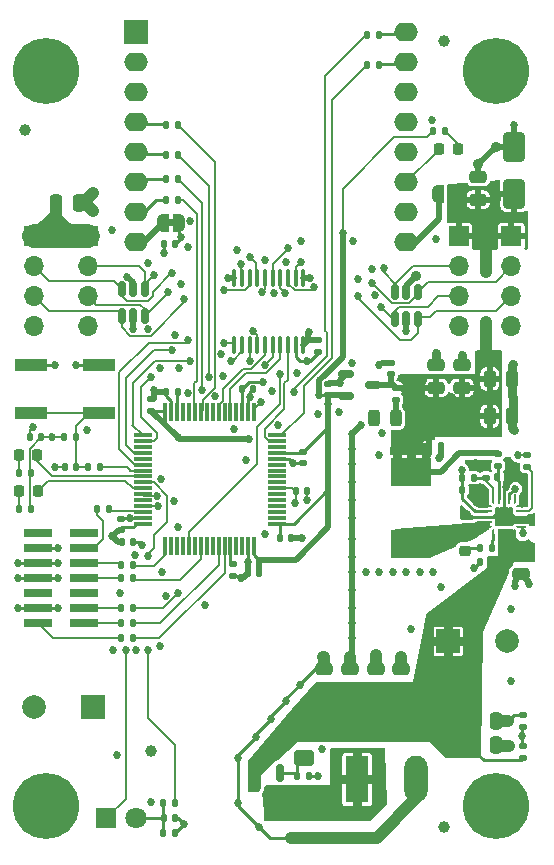
<source format=gtl>
%TF.GenerationSoftware,KiCad,Pcbnew,7.0.1*%
%TF.CreationDate,2023-06-05T22:57:50+02:00*%
%TF.ProjectId,AxisPCB-STM32F411,41786973-5043-4422-9d53-544d33324634,1*%
%TF.SameCoordinates,Original*%
%TF.FileFunction,Copper,L1,Top*%
%TF.FilePolarity,Positive*%
%FSLAX46Y46*%
G04 Gerber Fmt 4.6, Leading zero omitted, Abs format (unit mm)*
G04 Created by KiCad (PCBNEW 7.0.1) date 2023-06-05 22:57:50*
%MOMM*%
%LPD*%
G01*
G04 APERTURE LIST*
G04 Aperture macros list*
%AMRoundRect*
0 Rectangle with rounded corners*
0 $1 Rounding radius*
0 $2 $3 $4 $5 $6 $7 $8 $9 X,Y pos of 4 corners*
0 Add a 4 corners polygon primitive as box body*
4,1,4,$2,$3,$4,$5,$6,$7,$8,$9,$2,$3,0*
0 Add four circle primitives for the rounded corners*
1,1,$1+$1,$2,$3*
1,1,$1+$1,$4,$5*
1,1,$1+$1,$6,$7*
1,1,$1+$1,$8,$9*
0 Add four rect primitives between the rounded corners*
20,1,$1+$1,$2,$3,$4,$5,0*
20,1,$1+$1,$4,$5,$6,$7,0*
20,1,$1+$1,$6,$7,$8,$9,0*
20,1,$1+$1,$8,$9,$2,$3,0*%
%AMFreePoly0*
4,1,19,0.500000,-0.750000,0.000000,-0.750000,0.000000,-0.744911,-0.071157,-0.744911,-0.207708,-0.704816,-0.327430,-0.627875,-0.420627,-0.520320,-0.479746,-0.390866,-0.500000,-0.250000,-0.500000,0.250000,-0.479746,0.390866,-0.420627,0.520320,-0.327430,0.627875,-0.207708,0.704816,-0.071157,0.744911,0.000000,0.744911,0.000000,0.750000,0.500000,0.750000,0.500000,-0.750000,0.500000,-0.750000,
$1*%
%AMFreePoly1*
4,1,19,0.000000,0.744911,0.071157,0.744911,0.207708,0.704816,0.327430,0.627875,0.420627,0.520320,0.479746,0.390866,0.500000,0.250000,0.500000,-0.250000,0.479746,-0.390866,0.420627,-0.520320,0.327430,-0.627875,0.207708,-0.704816,0.071157,-0.744911,0.000000,-0.744911,0.000000,-0.750000,-0.500000,-0.750000,-0.500000,0.750000,0.000000,0.750000,0.000000,0.744911,0.000000,0.744911,
$1*%
%AMFreePoly2*
4,1,14,0.289644,0.110355,0.410355,-0.010356,0.425000,-0.045711,0.425000,-0.075000,0.410355,-0.110355,0.375000,-0.125000,-0.375000,-0.125000,-0.410355,-0.110355,-0.425000,-0.075000,-0.425000,0.075000,-0.410355,0.110355,-0.375000,0.125000,0.254289,0.125000,0.289644,0.110355,0.289644,0.110355,$1*%
%AMFreePoly3*
4,1,14,0.410355,0.110355,0.425000,0.075000,0.425000,0.045711,0.410355,0.010356,0.289644,-0.110355,0.254289,-0.125000,-0.375000,-0.125000,-0.410355,-0.110355,-0.425000,-0.075000,-0.425000,0.075000,-0.410355,0.110355,-0.375000,0.125000,0.375000,0.125000,0.410355,0.110355,0.410355,0.110355,$1*%
%AMFreePoly4*
4,1,14,0.110355,0.410355,0.125000,0.375000,0.125000,-0.375000,0.110355,-0.410355,0.075000,-0.425000,-0.075000,-0.425000,-0.110355,-0.410355,-0.125000,-0.375000,-0.125000,0.254289,-0.110355,0.289644,0.010356,0.410355,0.045711,0.425000,0.075000,0.425000,0.110355,0.410355,0.110355,0.410355,$1*%
%AMFreePoly5*
4,1,14,-0.010356,0.410355,0.110355,0.289644,0.125000,0.254289,0.125000,-0.375000,0.110355,-0.410355,0.075000,-0.425000,-0.075000,-0.425000,-0.110355,-0.410355,-0.125000,-0.375000,-0.125000,0.375000,-0.110355,0.410355,-0.075000,0.425000,-0.045711,0.425000,-0.010356,0.410355,-0.010356,0.410355,$1*%
%AMFreePoly6*
4,1,14,0.410355,0.110355,0.425000,0.075000,0.425000,-0.075000,0.410355,-0.110355,0.375000,-0.125000,-0.254289,-0.125000,-0.289644,-0.110355,-0.410355,0.010356,-0.425000,0.045711,-0.425000,0.075000,-0.410355,0.110355,-0.375000,0.125000,0.375000,0.125000,0.410355,0.110355,0.410355,0.110355,$1*%
%AMFreePoly7*
4,1,14,0.410355,0.110355,0.425000,0.075000,0.425000,-0.075000,0.410355,-0.110355,0.375000,-0.125000,-0.375000,-0.125000,-0.410355,-0.110355,-0.425000,-0.075000,-0.425000,-0.045711,-0.410355,-0.010355,-0.289643,0.110355,-0.254289,0.125000,0.375000,0.125000,0.410355,0.110355,0.410355,0.110355,$1*%
%AMFreePoly8*
4,1,14,0.110355,0.410355,0.125000,0.375000,0.125000,-0.254289,0.110355,-0.289644,-0.010356,-0.410355,-0.045711,-0.425000,-0.075000,-0.425000,-0.110355,-0.410355,-0.125000,-0.375000,-0.125000,0.375000,-0.110355,0.410355,-0.075000,0.425000,0.075000,0.425000,0.110355,0.410355,0.110355,0.410355,$1*%
%AMFreePoly9*
4,1,14,0.110355,0.410355,0.125000,0.375000,0.125000,-0.375000,0.110355,-0.410355,0.075000,-0.425000,0.045711,-0.425000,0.010356,-0.410355,-0.110355,-0.289644,-0.125000,-0.254289,-0.125000,0.375000,-0.110355,0.410355,-0.075000,0.425000,0.075000,0.425000,0.110355,0.410355,0.110355,0.410355,$1*%
G04 Aperture macros list end*
%TA.AperFunction,SMDPad,CuDef*%
%ADD10RoundRect,0.140000X0.140000X0.170000X-0.140000X0.170000X-0.140000X-0.170000X0.140000X-0.170000X0*%
%TD*%
%TA.AperFunction,SMDPad,CuDef*%
%ADD11C,1.000000*%
%TD*%
%TA.AperFunction,SMDPad,CuDef*%
%ADD12RoundRect,0.250000X0.475000X-0.250000X0.475000X0.250000X-0.475000X0.250000X-0.475000X-0.250000X0*%
%TD*%
%TA.AperFunction,SMDPad,CuDef*%
%ADD13RoundRect,0.250000X-0.250000X-0.475000X0.250000X-0.475000X0.250000X0.475000X-0.250000X0.475000X0*%
%TD*%
%TA.AperFunction,SMDPad,CuDef*%
%ADD14RoundRect,0.135000X-0.185000X0.135000X-0.185000X-0.135000X0.185000X-0.135000X0.185000X0.135000X0*%
%TD*%
%TA.AperFunction,SMDPad,CuDef*%
%ADD15RoundRect,0.140000X-0.140000X-0.170000X0.140000X-0.170000X0.140000X0.170000X-0.140000X0.170000X0*%
%TD*%
%TA.AperFunction,ConnectorPad*%
%ADD16C,5.600000*%
%TD*%
%TA.AperFunction,ComponentPad*%
%ADD17C,3.600000*%
%TD*%
%TA.AperFunction,SMDPad,CuDef*%
%ADD18RoundRect,0.135000X0.135000X0.185000X-0.135000X0.185000X-0.135000X-0.185000X0.135000X-0.185000X0*%
%TD*%
%TA.AperFunction,SMDPad,CuDef*%
%ADD19RoundRect,0.135000X0.185000X-0.135000X0.185000X0.135000X-0.185000X0.135000X-0.185000X-0.135000X0*%
%TD*%
%TA.AperFunction,SMDPad,CuDef*%
%ADD20RoundRect,0.150000X-0.512500X-0.150000X0.512500X-0.150000X0.512500X0.150000X-0.512500X0.150000X0*%
%TD*%
%TA.AperFunction,SMDPad,CuDef*%
%ADD21RoundRect,0.135000X-0.135000X-0.185000X0.135000X-0.185000X0.135000X0.185000X-0.135000X0.185000X0*%
%TD*%
%TA.AperFunction,ComponentPad*%
%ADD22R,1.980000X3.960000*%
%TD*%
%TA.AperFunction,ComponentPad*%
%ADD23O,1.980000X3.960000*%
%TD*%
%TA.AperFunction,SMDPad,CuDef*%
%ADD24FreePoly0,180.000000*%
%TD*%
%TA.AperFunction,SMDPad,CuDef*%
%ADD25FreePoly1,180.000000*%
%TD*%
%TA.AperFunction,ComponentPad*%
%ADD26R,2.000000X2.000000*%
%TD*%
%TA.AperFunction,ComponentPad*%
%ADD27C,2.000000*%
%TD*%
%TA.AperFunction,SMDPad,CuDef*%
%ADD28R,3.500000X2.350000*%
%TD*%
%TA.AperFunction,SMDPad,CuDef*%
%ADD29RoundRect,0.225000X-0.250000X0.225000X-0.250000X-0.225000X0.250000X-0.225000X0.250000X0.225000X0*%
%TD*%
%TA.AperFunction,ComponentPad*%
%ADD30R,1.700000X1.700000*%
%TD*%
%TA.AperFunction,ComponentPad*%
%ADD31O,1.700000X1.700000*%
%TD*%
%TA.AperFunction,SMDPad,CuDef*%
%ADD32RoundRect,0.140000X0.170000X-0.140000X0.170000X0.140000X-0.170000X0.140000X-0.170000X-0.140000X0*%
%TD*%
%TA.AperFunction,SMDPad,CuDef*%
%ADD33RoundRect,0.150000X0.150000X-0.512500X0.150000X0.512500X-0.150000X0.512500X-0.150000X-0.512500X0*%
%TD*%
%TA.AperFunction,SMDPad,CuDef*%
%ADD34RoundRect,0.140000X-0.170000X0.140000X-0.170000X-0.140000X0.170000X-0.140000X0.170000X0.140000X0*%
%TD*%
%TA.AperFunction,SMDPad,CuDef*%
%ADD35RoundRect,0.075000X0.700000X0.075000X-0.700000X0.075000X-0.700000X-0.075000X0.700000X-0.075000X0*%
%TD*%
%TA.AperFunction,SMDPad,CuDef*%
%ADD36RoundRect,0.075000X0.075000X0.700000X-0.075000X0.700000X-0.075000X-0.700000X0.075000X-0.700000X0*%
%TD*%
%TA.AperFunction,SMDPad,CuDef*%
%ADD37RoundRect,0.100000X-0.100000X0.637500X-0.100000X-0.637500X0.100000X-0.637500X0.100000X0.637500X0*%
%TD*%
%TA.AperFunction,ComponentPad*%
%ADD38O,2.000000X1.600000*%
%TD*%
%TA.AperFunction,SMDPad,CuDef*%
%ADD39R,2.750000X1.000000*%
%TD*%
%TA.AperFunction,SMDPad,CuDef*%
%ADD40RoundRect,0.150000X-0.150000X0.587500X-0.150000X-0.587500X0.150000X-0.587500X0.150000X0.587500X0*%
%TD*%
%TA.AperFunction,SMDPad,CuDef*%
%ADD41R,2.400000X0.740000*%
%TD*%
%TA.AperFunction,ComponentPad*%
%ADD42R,1.800000X1.800000*%
%TD*%
%TA.AperFunction,ComponentPad*%
%ADD43C,1.800000*%
%TD*%
%TA.AperFunction,SMDPad,CuDef*%
%ADD44FreePoly2,90.000000*%
%TD*%
%TA.AperFunction,SMDPad,CuDef*%
%ADD45RoundRect,0.062500X0.062500X-0.362500X0.062500X0.362500X-0.062500X0.362500X-0.062500X-0.362500X0*%
%TD*%
%TA.AperFunction,SMDPad,CuDef*%
%ADD46FreePoly3,90.000000*%
%TD*%
%TA.AperFunction,SMDPad,CuDef*%
%ADD47FreePoly4,90.000000*%
%TD*%
%TA.AperFunction,SMDPad,CuDef*%
%ADD48RoundRect,0.062500X0.362500X-0.062500X0.362500X0.062500X-0.362500X0.062500X-0.362500X-0.062500X0*%
%TD*%
%TA.AperFunction,SMDPad,CuDef*%
%ADD49FreePoly5,90.000000*%
%TD*%
%TA.AperFunction,SMDPad,CuDef*%
%ADD50FreePoly6,90.000000*%
%TD*%
%TA.AperFunction,SMDPad,CuDef*%
%ADD51FreePoly7,90.000000*%
%TD*%
%TA.AperFunction,SMDPad,CuDef*%
%ADD52FreePoly8,90.000000*%
%TD*%
%TA.AperFunction,SMDPad,CuDef*%
%ADD53FreePoly9,90.000000*%
%TD*%
%TA.AperFunction,ComponentPad*%
%ADD54C,0.500000*%
%TD*%
%TA.AperFunction,SMDPad,CuDef*%
%ADD55R,1.550000X1.550000*%
%TD*%
%TA.AperFunction,SMDPad,CuDef*%
%ADD56RoundRect,0.218750X0.218750X0.256250X-0.218750X0.256250X-0.218750X-0.256250X0.218750X-0.256250X0*%
%TD*%
%TA.AperFunction,SMDPad,CuDef*%
%ADD57RoundRect,0.250000X0.300000X-0.300000X0.300000X0.300000X-0.300000X0.300000X-0.300000X-0.300000X0*%
%TD*%
%TA.AperFunction,SMDPad,CuDef*%
%ADD58RoundRect,0.250000X-0.475000X0.250000X-0.475000X-0.250000X0.475000X-0.250000X0.475000X0.250000X0*%
%TD*%
%TA.AperFunction,SMDPad,CuDef*%
%ADD59RoundRect,0.218750X-0.218750X-0.256250X0.218750X-0.256250X0.218750X0.256250X-0.218750X0.256250X0*%
%TD*%
%TA.AperFunction,SMDPad,CuDef*%
%ADD60RoundRect,0.250000X-0.650000X1.000000X-0.650000X-1.000000X0.650000X-1.000000X0.650000X1.000000X0*%
%TD*%
%TA.AperFunction,SMDPad,CuDef*%
%ADD61RoundRect,0.243750X-0.243750X-0.456250X0.243750X-0.456250X0.243750X0.456250X-0.243750X0.456250X0*%
%TD*%
%TA.AperFunction,SMDPad,CuDef*%
%ADD62RoundRect,0.250000X-0.600000X0.400000X-0.600000X-0.400000X0.600000X-0.400000X0.600000X0.400000X0*%
%TD*%
%TA.AperFunction,ViaPad*%
%ADD63C,0.685800*%
%TD*%
%TA.AperFunction,ViaPad*%
%ADD64C,0.889000*%
%TD*%
%TA.AperFunction,Conductor*%
%ADD65C,0.127000*%
%TD*%
%TA.AperFunction,Conductor*%
%ADD66C,0.254000*%
%TD*%
%TA.AperFunction,Conductor*%
%ADD67C,0.508000*%
%TD*%
%TA.AperFunction,Conductor*%
%ADD68C,1.016000*%
%TD*%
%TA.AperFunction,Conductor*%
%ADD69C,0.762000*%
%TD*%
%TA.AperFunction,Conductor*%
%ADD70C,2.032000*%
%TD*%
G04 APERTURE END LIST*
%TA.AperFunction,EtchedComponent*%
G36*
X128916000Y-43607000D02*
G01*
X128416000Y-43607000D01*
X128416000Y-43007000D01*
X128916000Y-43007000D01*
X128916000Y-43607000D01*
G37*
%TD.AperFunction*%
D10*
X129232600Y-57632600D03*
X128272600Y-57632600D03*
D11*
X151765000Y-94488000D03*
X127000000Y-88011000D03*
X151765000Y-27940000D03*
X116332000Y-35433000D03*
D12*
X143789400Y-82951400D03*
X143789400Y-81051400D03*
D10*
X155801000Y-72009000D03*
X154841000Y-72009000D03*
D13*
X118938000Y-41656000D03*
X120838000Y-41656000D03*
X155641000Y-56515000D03*
X157541000Y-56515000D03*
X154244000Y-85471000D03*
X156144000Y-85471000D03*
D10*
X136116000Y-72923400D03*
X135156000Y-72923400D03*
D14*
X147706500Y-57275000D03*
X147706500Y-58295000D03*
D15*
X150551000Y-62230000D03*
X151511000Y-62230000D03*
D14*
X133934200Y-72184800D03*
X133934200Y-73204800D03*
D16*
X156210000Y-30480000D03*
D17*
X156210000Y-30480000D03*
D15*
X137873800Y-69951600D03*
X138833800Y-69951600D03*
D18*
X146306000Y-29972000D03*
X145286000Y-29972000D03*
D19*
X158445200Y-85981000D03*
X158445200Y-84961000D03*
D20*
X145796000Y-57023000D03*
X143521000Y-57973000D03*
X143521000Y-56073000D03*
D21*
X139317000Y-90170000D03*
X140337000Y-90170000D03*
D22*
X144428000Y-90424000D03*
D23*
X149428000Y-90424000D03*
D12*
X153289000Y-57272000D03*
X153289000Y-55372000D03*
D24*
X152542000Y-40894000D03*
D25*
X151242000Y-40894000D03*
D18*
X123446000Y-67564000D03*
X122426000Y-67564000D03*
D15*
X124488000Y-70358000D03*
X125448000Y-70358000D03*
D26*
X152153323Y-78740000D03*
D27*
X157153323Y-78740000D03*
D21*
X156309600Y-64820800D03*
X157329600Y-64820800D03*
D18*
X129288000Y-35052000D03*
X128268000Y-35052000D03*
D28*
X148994000Y-70489800D03*
X148994000Y-64439800D03*
D18*
X129288000Y-37592000D03*
X128268000Y-37592000D03*
D21*
X153310000Y-64874000D03*
X154330000Y-64874000D03*
D12*
X148183600Y-82941200D03*
X148183600Y-81041200D03*
D29*
X153543000Y-69534600D03*
X153543000Y-71084600D03*
D14*
X156360000Y-62840000D03*
X156360000Y-63860000D03*
D30*
X121600000Y-44450000D03*
D31*
X121600000Y-46990000D03*
X121600000Y-49530000D03*
X121600000Y-52070000D03*
D19*
X158445200Y-87602600D03*
X158445200Y-88622600D03*
D12*
X141592200Y-82951400D03*
X141592200Y-81051400D03*
D21*
X145286000Y-27432000D03*
X146306000Y-27432000D03*
X128016000Y-92456000D03*
X129036000Y-92456000D03*
D18*
X122656000Y-64008000D03*
X121636000Y-64008000D03*
X129288000Y-39624000D03*
X128268000Y-39624000D03*
D32*
X141986000Y-57884000D03*
X141986000Y-56924000D03*
D33*
X124526000Y-51175500D03*
X125476000Y-51175500D03*
X126426000Y-51175500D03*
X126426000Y-48900500D03*
X125476000Y-48900500D03*
X124526000Y-48900500D03*
D34*
X139852400Y-62689800D03*
X139852400Y-63649800D03*
D10*
X129006000Y-93726000D03*
X128046000Y-93726000D03*
D17*
X156210000Y-92710000D03*
D16*
X156210000Y-92710000D03*
D34*
X127000000Y-58244800D03*
X127000000Y-59204800D03*
D19*
X155344000Y-64876000D03*
X155344000Y-63856000D03*
D35*
X137628000Y-68774000D03*
X137628000Y-68274000D03*
X137628000Y-67774000D03*
X137628000Y-67274000D03*
X137628000Y-66774000D03*
X137628000Y-66274000D03*
X137628000Y-65774000D03*
X137628000Y-65274000D03*
X137628000Y-64774000D03*
X137628000Y-64274000D03*
X137628000Y-63774000D03*
X137628000Y-63274000D03*
X137628000Y-62774000D03*
X137628000Y-62274000D03*
X137628000Y-61774000D03*
X137628000Y-61274000D03*
D36*
X135703000Y-59349000D03*
X135203000Y-59349000D03*
X134703000Y-59349000D03*
X134203000Y-59349000D03*
X133703000Y-59349000D03*
X133203000Y-59349000D03*
X132703000Y-59349000D03*
X132203000Y-59349000D03*
X131703000Y-59349000D03*
X131203000Y-59349000D03*
X130703000Y-59349000D03*
X130203000Y-59349000D03*
X129703000Y-59349000D03*
X129203000Y-59349000D03*
X128703000Y-59349000D03*
X128203000Y-59349000D03*
D35*
X126278000Y-61274000D03*
X126278000Y-61774000D03*
X126278000Y-62274000D03*
X126278000Y-62774000D03*
X126278000Y-63274000D03*
X126278000Y-63774000D03*
X126278000Y-64274000D03*
X126278000Y-64774000D03*
X126278000Y-65274000D03*
X126278000Y-65774000D03*
X126278000Y-66274000D03*
X126278000Y-66774000D03*
X126278000Y-67274000D03*
X126278000Y-67774000D03*
X126278000Y-68274000D03*
X126278000Y-68774000D03*
D36*
X128203000Y-70699000D03*
X128703000Y-70699000D03*
X129203000Y-70699000D03*
X129703000Y-70699000D03*
X130203000Y-70699000D03*
X130703000Y-70699000D03*
X131203000Y-70699000D03*
X131703000Y-70699000D03*
X132203000Y-70699000D03*
X132703000Y-70699000D03*
X133203000Y-70699000D03*
X133703000Y-70699000D03*
X134203000Y-70699000D03*
X134703000Y-70699000D03*
X135203000Y-70699000D03*
X135703000Y-70699000D03*
D21*
X120652000Y-61468000D03*
X119632000Y-61468000D03*
D12*
X145999200Y-82951400D03*
X145999200Y-81051400D03*
D37*
X139881800Y-53670200D03*
X139231800Y-53670200D03*
X138581800Y-53670200D03*
X137931800Y-53670200D03*
X137281800Y-53670200D03*
X136631800Y-53670200D03*
X135981800Y-53670200D03*
X135331800Y-53670200D03*
X134681800Y-53670200D03*
X134031800Y-53670200D03*
X134031800Y-47945200D03*
X134681800Y-47945200D03*
X135331800Y-47945200D03*
X135981800Y-47945200D03*
X136631800Y-47945200D03*
X137281800Y-47945200D03*
X137931800Y-47945200D03*
X138581800Y-47945200D03*
X139231800Y-47945200D03*
X139881800Y-47945200D03*
D26*
X125730000Y-27178000D03*
D38*
X125730000Y-29718000D03*
X125730000Y-32258000D03*
X125730000Y-34798000D03*
X125730000Y-37338000D03*
X125730000Y-39878000D03*
X125730000Y-42418000D03*
X125730000Y-44958000D03*
X148590000Y-44958000D03*
X148590000Y-42418000D03*
X148590000Y-39878000D03*
X148590000Y-37338000D03*
X148590000Y-34798000D03*
X148590000Y-32258000D03*
X148590000Y-29718000D03*
X148590000Y-27178000D03*
D18*
X125478000Y-75946000D03*
X124458000Y-75946000D03*
D30*
X157480000Y-44450000D03*
D31*
X157480000Y-46990000D03*
X157480000Y-49530000D03*
X157480000Y-52070000D03*
D39*
X116840000Y-55372000D03*
X122600000Y-55372000D03*
X116840000Y-59372000D03*
X122600000Y-59372000D03*
D15*
X153340000Y-65890000D03*
X154300000Y-65890000D03*
D34*
X141102200Y-53241000D03*
X141102200Y-54201000D03*
D18*
X116842000Y-64516000D03*
X115822000Y-64516000D03*
D40*
X137856000Y-89867500D03*
X135956000Y-89867500D03*
X136906000Y-91742500D03*
D18*
X151894000Y-35560000D03*
X150874000Y-35560000D03*
D41*
X117430000Y-69596000D03*
X121330000Y-69596000D03*
X117430000Y-70866000D03*
X121330000Y-70866000D03*
X117430000Y-72136000D03*
X121330000Y-72136000D03*
X117430000Y-73406000D03*
X121330000Y-73406000D03*
X117430000Y-74676000D03*
X121330000Y-74676000D03*
X117430000Y-75946000D03*
X121330000Y-75946000D03*
X117430000Y-77216000D03*
X121330000Y-77216000D03*
D30*
X117094000Y-44450000D03*
D31*
X117094000Y-46990000D03*
X117094000Y-49530000D03*
X117094000Y-52070000D03*
D42*
X123185000Y-93726000D03*
D43*
X125725000Y-93726000D03*
D44*
X155968000Y-69626000D03*
D45*
X156418000Y-69626000D03*
X156868000Y-69626000D03*
X157318000Y-69626000D03*
D46*
X157768000Y-69626000D03*
D47*
X158318000Y-69076000D03*
D48*
X158318000Y-68626000D03*
X158318000Y-68176000D03*
X158318000Y-67726000D03*
D49*
X158318000Y-67276000D03*
D50*
X157768000Y-66726000D03*
D45*
X157318000Y-66726000D03*
X156868000Y-66726000D03*
X156418000Y-66726000D03*
D51*
X155968000Y-66726000D03*
D52*
X155418000Y-67276000D03*
D48*
X155418000Y-67726000D03*
X155418000Y-68176000D03*
X155418000Y-68626000D03*
D53*
X155418000Y-69076000D03*
D54*
X156343000Y-68701000D03*
X157393000Y-68701000D03*
D55*
X156868000Y-68176000D03*
D54*
X156343000Y-67651000D03*
X157393000Y-67651000D03*
D56*
X117348000Y-62992000D03*
X115773000Y-62992000D03*
D18*
X155833000Y-70866000D03*
X154813000Y-70866000D03*
D10*
X129004000Y-45085000D03*
X128044000Y-45085000D03*
D21*
X128016000Y-94996000D03*
X129036000Y-94996000D03*
D13*
X155641000Y-59690000D03*
X157541000Y-59690000D03*
D21*
X124458000Y-77216000D03*
X125478000Y-77216000D03*
D18*
X125478000Y-72263000D03*
X124458000Y-72263000D03*
D14*
X158800800Y-62962600D03*
X158800800Y-63982600D03*
D21*
X115822000Y-67564000D03*
X116842000Y-67564000D03*
D57*
X140081000Y-95380000D03*
X140081000Y-92580000D03*
D18*
X125478000Y-73406000D03*
X124458000Y-73406000D03*
D33*
X147640000Y-51429500D03*
X148590000Y-51429500D03*
X149540000Y-51429500D03*
X149540000Y-49154500D03*
X148590000Y-49154500D03*
X147640000Y-49154500D03*
D32*
X147320000Y-56106000D03*
X147320000Y-55146000D03*
D58*
X158343600Y-71160600D03*
X158343600Y-73060600D03*
D59*
X151358500Y-37084000D03*
X152933500Y-37084000D03*
D12*
X151130000Y-57272000D03*
X151130000Y-55372000D03*
D26*
X122052477Y-84302600D03*
D27*
X117052477Y-84302600D03*
D10*
X117701000Y-61468000D03*
X116741000Y-61468000D03*
D12*
X154686000Y-41336000D03*
X154686000Y-39436000D03*
D21*
X124458000Y-78486000D03*
X125478000Y-78486000D03*
D24*
X129316000Y-43307000D03*
D25*
X128016000Y-43307000D03*
D60*
X157734000Y-36862000D03*
X157734000Y-40862000D03*
D15*
X139220000Y-66040000D03*
X140180000Y-66040000D03*
D13*
X154244000Y-87503000D03*
X156144000Y-87503000D03*
D32*
X124460000Y-69314000D03*
X124460000Y-68354000D03*
D61*
X145842000Y-59852000D03*
X147717000Y-59852000D03*
D56*
X117373500Y-66040000D03*
X115798500Y-66040000D03*
D15*
X134648000Y-57353200D03*
X135608000Y-57353200D03*
D10*
X120622000Y-64008000D03*
X119662000Y-64008000D03*
D17*
X118110000Y-92710000D03*
D16*
X118110000Y-92710000D03*
D17*
X118110000Y-30480000D03*
D16*
X118110000Y-30480000D03*
D30*
X153035000Y-44450000D03*
D31*
X153035000Y-46990000D03*
X153035000Y-49530000D03*
X153035000Y-52070000D03*
D62*
X139954000Y-85118000D03*
X139954000Y-88618000D03*
D18*
X129288000Y-41402000D03*
X128268000Y-41402000D03*
D63*
X145161000Y-72898000D03*
X146304000Y-72898000D03*
X140335000Y-52578000D03*
X119126000Y-72136000D03*
X115697000Y-72136000D03*
X129274600Y-61479400D03*
X137769600Y-60452000D03*
X136601200Y-69646800D03*
X134620000Y-73355200D03*
X131572000Y-75692000D03*
X125628400Y-71424800D03*
X127889000Y-72873100D03*
X129286000Y-69088000D03*
X128930400Y-66852800D03*
X127863600Y-64973200D03*
X135001000Y-63373000D03*
X134010400Y-60756800D03*
X150774400Y-34594800D03*
X157734000Y-35001200D03*
X157480000Y-75996800D03*
X157429200Y-82092800D03*
X121564400Y-60858400D03*
X127762000Y-55575200D03*
X134264400Y-45618400D03*
X143967200Y-55168800D03*
X142900400Y-59283600D03*
X141122400Y-59486800D03*
X139319000Y-56007000D03*
X133096000Y-56235600D03*
X132917700Y-54406800D03*
X128981200Y-52832000D03*
X128778000Y-54102000D03*
X133197600Y-53441600D03*
X137261600Y-57556400D03*
X137871200Y-56083200D03*
X135331200Y-54965600D03*
X129387600Y-55626000D03*
X133756400Y-54965600D03*
X130302000Y-55016400D03*
X135585200Y-52425600D03*
X130098800Y-53238400D03*
X127000000Y-56337200D03*
X136601200Y-55321200D03*
X139649200Y-46634400D03*
X140766800Y-48743100D03*
X130285402Y-43129200D03*
X130149600Y-45364400D03*
X144068800Y-44856400D03*
X139649200Y-44805600D03*
X139060818Y-57585982D03*
X136296400Y-58470800D03*
X130098800Y-57708800D03*
X132435600Y-57962800D03*
X127508000Y-66395600D03*
X131851900Y-56388000D03*
X127558800Y-67310000D03*
X131318000Y-57479700D03*
X136601200Y-46431200D03*
X126746000Y-52324000D03*
X128044000Y-45847000D03*
X129476500Y-44513500D03*
X129540000Y-48489100D03*
X136403200Y-49149000D03*
X129794000Y-49784000D03*
X128397000Y-49149000D03*
X133146800Y-48971200D03*
X134625200Y-46760900D03*
X128746250Y-47593250D03*
X127254000Y-47752000D03*
X135387200Y-46228000D03*
D64*
X155321000Y-51689000D03*
D63*
X155321000Y-47498000D03*
X151511000Y-74168000D03*
X148971000Y-77724000D03*
X139573000Y-82423000D03*
X127000000Y-92329000D03*
X123748800Y-79502000D03*
X124841000Y-79502000D03*
X124079000Y-88392000D03*
X124333000Y-74676000D03*
X127762000Y-79095600D03*
X125730000Y-79502000D03*
X126746000Y-79502000D03*
X126746000Y-71501000D03*
X116967000Y-60579000D03*
X118618000Y-61468000D03*
X118872000Y-63957200D03*
X126746000Y-46736000D03*
X123698000Y-43942000D03*
X136144000Y-94488000D03*
X141478000Y-87884000D03*
X138430000Y-83820000D03*
X137160000Y-85344000D03*
X135890000Y-86868000D03*
X134366000Y-88646000D03*
X134366000Y-92456000D03*
X150876000Y-72898000D03*
X149733000Y-72898000D03*
X148590000Y-72898000D03*
X147447000Y-72898000D03*
X146304000Y-62992000D03*
X146558000Y-61087000D03*
X151130000Y-44704000D03*
X128270000Y-74930000D03*
X126238000Y-70612000D03*
X119126000Y-70866000D03*
X123698000Y-69850000D03*
X143205200Y-44145200D03*
X137414000Y-49276000D03*
X144497563Y-48082700D03*
X144487097Y-49469599D03*
X138356550Y-49219716D03*
X136448800Y-56743600D03*
X141224000Y-57912000D03*
X138379200Y-46583600D03*
X145948400Y-49428400D03*
X145669000Y-47244000D03*
X146431000Y-50419000D03*
X145669000Y-48387000D03*
X138562200Y-45466000D03*
X146685000Y-47117000D03*
X141986000Y-58674000D03*
X135280400Y-61569600D03*
X120650000Y-55372000D03*
X118872000Y-55372000D03*
X139192000Y-67056000D03*
X129286000Y-74676000D03*
X115697000Y-75946000D03*
X115697000Y-73406000D03*
X119126000Y-73406000D03*
X119126000Y-75946000D03*
X125170000Y-68326000D03*
X146304000Y-55372000D03*
X143002000Y-56896000D03*
X140208000Y-66802000D03*
X151384000Y-63246000D03*
X144018000Y-78486000D03*
X144018000Y-77216000D03*
X144018000Y-75946000D03*
X144018000Y-74422000D03*
X144018000Y-72898000D03*
X144018000Y-71628000D03*
X144018000Y-70104000D03*
X144018000Y-68326000D03*
X144018000Y-66802000D03*
X144018000Y-65278000D03*
X144018000Y-63754000D03*
X144018000Y-62484000D03*
X144018000Y-61214000D03*
X144780000Y-60452000D03*
X149606000Y-62230000D03*
X147828000Y-62230000D03*
X148717000Y-62230000D03*
D64*
X152400000Y-58166000D03*
X149887523Y-56614477D03*
X122047000Y-40767000D03*
D63*
X157607000Y-55245000D03*
D64*
X154686000Y-38328600D03*
D63*
X135379400Y-58036400D03*
D64*
X156159200Y-36855400D03*
D63*
X140213200Y-54991000D03*
X135178800Y-72034400D03*
X141224000Y-95380000D03*
X138811000Y-95377000D03*
X125450600Y-52324000D03*
X159004000Y-73914000D03*
X157810923Y-74015600D03*
X129794000Y-94234000D03*
X154531200Y-63604000D03*
X157607000Y-58039000D03*
X127254000Y-57454800D03*
D64*
X122047000Y-42291000D03*
D63*
X154305000Y-72517000D03*
X148183600Y-80035400D03*
X145999200Y-79933800D03*
X143789400Y-80086200D03*
X155090000Y-66347200D03*
X148590000Y-52476400D03*
X159105600Y-68300600D03*
X151130000Y-54356000D03*
X153289000Y-54483000D03*
X154470319Y-66966881D03*
X157020400Y-65636000D03*
X157734000Y-60833000D03*
X157200600Y-85471000D03*
X157251400Y-87630000D03*
X141097000Y-90170000D03*
X158445200Y-66550400D03*
X139014200Y-63652400D03*
X140441800Y-47955200D03*
X133456800Y-47955200D03*
X141528800Y-80035400D03*
X139724900Y-69951600D03*
X157683200Y-64109600D03*
X153769200Y-67972800D03*
X146913600Y-84353400D03*
X136728200Y-89204800D03*
X152781000Y-87630000D03*
X157099000Y-70739000D03*
X135534400Y-91084400D03*
X152654000Y-85471000D03*
X142697200Y-84353400D03*
X157808800Y-65831600D03*
X158419800Y-86766400D03*
D64*
X155321000Y-54991000D03*
D63*
X155321000Y-45466000D03*
X155321000Y-44069000D03*
D64*
X153517600Y-42443400D03*
X155321000Y-58166000D03*
X149428200Y-47777400D03*
D63*
X155321000Y-42926000D03*
D64*
X156184600Y-41325800D03*
D63*
X124984217Y-47850730D03*
X158064200Y-62992000D03*
X153310000Y-64264400D03*
X154531200Y-69242800D03*
X158483800Y-69596000D03*
D65*
X155344000Y-65174000D02*
X155344000Y-64876000D01*
X155956000Y-65786000D02*
X155344000Y-65174000D01*
X155956000Y-66714000D02*
X155956000Y-65786000D01*
X155968000Y-66726000D02*
X155956000Y-66714000D01*
X159258000Y-67462400D02*
X158994400Y-67726000D01*
X158800800Y-63982600D02*
X159258000Y-64439800D01*
X159258000Y-64439800D02*
X159258000Y-67462400D01*
X158994400Y-67726000D02*
X158318000Y-67726000D01*
D66*
X158483800Y-69241800D02*
X158318000Y-69076000D01*
X158483800Y-69596000D02*
X158483800Y-69241800D01*
X156418000Y-69626000D02*
X156418000Y-71674000D01*
X156418000Y-71674000D02*
X156083000Y-72009000D01*
X156083000Y-72009000D02*
X155801000Y-72009000D01*
D65*
X129413000Y-73533000D02*
X131203000Y-71743000D01*
X131203000Y-71743000D02*
X131203000Y-70699000D01*
X125478000Y-73406000D02*
X125605000Y-73533000D01*
X125605000Y-73533000D02*
X129413000Y-73533000D01*
X128203000Y-71441000D02*
X128203000Y-71187000D01*
X127254000Y-72390000D02*
X128203000Y-71441000D01*
X125478000Y-72390000D02*
X127254000Y-72390000D01*
X127635000Y-78486000D02*
X125478000Y-78486000D01*
X133203000Y-72918000D02*
X127635000Y-78486000D01*
X133203000Y-70699000D02*
X133203000Y-72918000D01*
X145161000Y-27432000D02*
X145286000Y-27432000D01*
X141859000Y-54610000D02*
X141859000Y-52578000D01*
X141859000Y-52578000D02*
X141732000Y-52451000D01*
X139060818Y-57408182D02*
X141859000Y-54610000D01*
X141732000Y-52451000D02*
X141732000Y-30861000D01*
X141732000Y-30861000D02*
X145161000Y-27432000D01*
X139060818Y-57585982D02*
X139060818Y-57408182D01*
D67*
X140311000Y-52602000D02*
X140335000Y-52578000D01*
X140311000Y-53241000D02*
X140311000Y-52602000D01*
X140311000Y-53241000D02*
X141102200Y-53241000D01*
X139881800Y-53670200D02*
X140311000Y-53241000D01*
D66*
X117430000Y-75946000D02*
X115697000Y-75946000D01*
X117430000Y-73406000D02*
X115697000Y-73406000D01*
X117430000Y-72136000D02*
X115697000Y-72136000D01*
X117430000Y-72136000D02*
X119126000Y-72136000D01*
D67*
X144018000Y-79857600D02*
X143789400Y-80086200D01*
X144018000Y-78486000D02*
X144018000Y-79857600D01*
X144018000Y-78486000D02*
X144018000Y-77216000D01*
X144018000Y-77216000D02*
X144018000Y-75946000D01*
D65*
X126746000Y-85217000D02*
X126746000Y-79502000D01*
X129036000Y-87507000D02*
X126746000Y-85217000D01*
X129036000Y-92456000D02*
X129036000Y-87507000D01*
X118922800Y-64008000D02*
X119662000Y-64008000D01*
X118872000Y-63957200D02*
X118922800Y-64008000D01*
X135331800Y-48569400D02*
X135331800Y-47945200D01*
X133146800Y-48971200D02*
X134930000Y-48971200D01*
X134930000Y-48971200D02*
X135331800Y-48569400D01*
X138562200Y-45486200D02*
X137281800Y-46766600D01*
X137281800Y-46766600D02*
X137281800Y-47945200D01*
X138562200Y-45466000D02*
X138562200Y-45486200D01*
D67*
X129364800Y-61569600D02*
X135280400Y-61569600D01*
X129274600Y-61479400D02*
X129364800Y-61569600D01*
D66*
X128203000Y-60407800D02*
X128203000Y-59349000D01*
X129274600Y-61479400D02*
X128203000Y-60407800D01*
D67*
X129274600Y-61479400D02*
X127000000Y-59204800D01*
D66*
X158419800Y-86006400D02*
X158445200Y-85981000D01*
X158419800Y-86766400D02*
X158419800Y-86006400D01*
X137873800Y-68774000D02*
X137873800Y-69951600D01*
X139080145Y-68774000D02*
X137873800Y-68774000D01*
D67*
X139724900Y-69951600D02*
X138833800Y-69951600D01*
D66*
X133934200Y-73204800D02*
X134469600Y-73204800D01*
D67*
X134724200Y-73355200D02*
X135156000Y-72923400D01*
D66*
X134469600Y-73204800D02*
X134620000Y-73355200D01*
X134620000Y-73355200D02*
X134724200Y-73355200D01*
D67*
X157734000Y-36862000D02*
X157734000Y-35001200D01*
D65*
X124866400Y-56438800D02*
X127203200Y-54102000D01*
X127203200Y-54102000D02*
X128778000Y-54102000D01*
X124866400Y-62128400D02*
X124866400Y-56438800D01*
X125512000Y-62774000D02*
X124866400Y-62128400D01*
X126278000Y-62774000D02*
X125512000Y-62774000D01*
X125627526Y-63774000D02*
X126278000Y-63774000D01*
X124307600Y-62454074D02*
X125627526Y-63774000D01*
X124307600Y-55930800D02*
X124307600Y-62454074D01*
X126796800Y-53441600D02*
X124307600Y-55930800D01*
X130098800Y-53238400D02*
X129895600Y-53441600D01*
X129895600Y-53441600D02*
X126796800Y-53441600D01*
X133884729Y-54965600D02*
X134681800Y-54168529D01*
X134681800Y-54168529D02*
X134681800Y-53670200D01*
X133756400Y-54965600D02*
X133884729Y-54965600D01*
X133197600Y-53441600D02*
X133803200Y-53441600D01*
X133803200Y-53441600D02*
X134031800Y-53670200D01*
X130203000Y-69441000D02*
X130203000Y-70699000D01*
X135940800Y-63703200D02*
X130203000Y-69441000D01*
X137871200Y-58674000D02*
X135940800Y-60604400D01*
X137871200Y-56083200D02*
X137871200Y-58674000D01*
X135940800Y-60604400D02*
X135940800Y-63703200D01*
X135331800Y-54965000D02*
X135331200Y-54965600D01*
X135331800Y-53670200D02*
X135331800Y-54965000D01*
X125405200Y-60401200D02*
X126278000Y-61274000D01*
X125425200Y-60381200D02*
X125405200Y-60401200D01*
X125425200Y-56896000D02*
X125425200Y-60381200D01*
X130302000Y-55016400D02*
X127304800Y-55016400D01*
X127304800Y-55016400D02*
X125425200Y-56896000D01*
X135981800Y-53670200D02*
X135981800Y-52822200D01*
X135981800Y-52822200D02*
X135585200Y-52425600D01*
X131876800Y-56363100D02*
X131876800Y-40180800D01*
X131876800Y-40180800D02*
X129288000Y-37592000D01*
X131851900Y-56388000D02*
X131876800Y-56363100D01*
X131318000Y-41654000D02*
X129288000Y-39624000D01*
X131318000Y-57479700D02*
X131318000Y-41654000D01*
X130657600Y-59303600D02*
X130703000Y-59349000D01*
X130860800Y-56692800D02*
X130657600Y-56896000D01*
X129692400Y-41402000D02*
X130860800Y-42570400D01*
X130657600Y-56896000D02*
X130657600Y-59303600D01*
X129288000Y-41402000D02*
X129692400Y-41402000D01*
X130860800Y-42570400D02*
X130860800Y-56692800D01*
X132384800Y-38148800D02*
X129288000Y-35052000D01*
X132384800Y-57251600D02*
X132384800Y-38148800D01*
X131362500Y-58273900D02*
X132384800Y-57251600D01*
X131362500Y-59189500D02*
X131362500Y-58273900D01*
X131203000Y-59349000D02*
X131362500Y-59189500D01*
X127252800Y-61774000D02*
X126278000Y-61774000D01*
X127508000Y-61112400D02*
X127508000Y-61518800D01*
X126136400Y-59740800D02*
X127508000Y-61112400D01*
X127508000Y-61518800D02*
X127252800Y-61774000D01*
X126136400Y-57200800D02*
X126136400Y-59740800D01*
X127000000Y-56337200D02*
X126136400Y-57200800D01*
X137281800Y-54640600D02*
X136601200Y-55321200D01*
X137281800Y-53670200D02*
X137281800Y-54640600D01*
X136631800Y-54477800D02*
X136631800Y-53670200D01*
X135432800Y-55676800D02*
X136631800Y-54477800D01*
X134768790Y-55676800D02*
X135432800Y-55676800D01*
X132703000Y-58698526D02*
X133032326Y-58369200D01*
X133032326Y-58369200D02*
X133032326Y-57413264D01*
X133032326Y-57413264D02*
X134768790Y-55676800D01*
X132703000Y-59349000D02*
X132703000Y-58698526D01*
X136702800Y-56032400D02*
X137931800Y-54803400D01*
X135026400Y-56032400D02*
X136702800Y-56032400D01*
X137931800Y-54803400D02*
X137931800Y-53670200D01*
X133703000Y-57355800D02*
X135026400Y-56032400D01*
X133703000Y-59349000D02*
X133703000Y-57355800D01*
X136601200Y-61397674D02*
X136977526Y-61774000D01*
X136601200Y-60756800D02*
X136601200Y-61397674D01*
X138277600Y-59080400D02*
X136601200Y-60756800D01*
X138277600Y-56896000D02*
X138277600Y-59080400D01*
X138581800Y-56591800D02*
X138277600Y-56896000D01*
X136977526Y-61774000D02*
X137628000Y-61774000D01*
X138581800Y-53670200D02*
X138581800Y-56591800D01*
X138014400Y-61274000D02*
X137628000Y-61274000D01*
X139903200Y-59385200D02*
X138014400Y-61274000D01*
X139903200Y-57150000D02*
X139903200Y-59385200D01*
X142341600Y-54711600D02*
X139903200Y-57150000D01*
X145286000Y-29972000D02*
X142341600Y-32916400D01*
X142341600Y-32916400D02*
X142341600Y-54711600D01*
X139231800Y-47051800D02*
X139231800Y-47945200D01*
X139649200Y-46634400D02*
X139231800Y-47051800D01*
X138581800Y-48443529D02*
X138581800Y-47945200D01*
X139160271Y-49022000D02*
X138581800Y-48443529D01*
X140766800Y-48743100D02*
X140487900Y-49022000D01*
X140487900Y-49022000D02*
X139160271Y-49022000D01*
X137931800Y-48794966D02*
X138356550Y-49219716D01*
X137931800Y-47945200D02*
X137931800Y-48794966D01*
D67*
X126365000Y-44958000D02*
X128016000Y-43307000D01*
X125730000Y-44958000D02*
X126365000Y-44958000D01*
X141603000Y-56263000D02*
X141600195Y-56263000D01*
X141600195Y-56263000D02*
X141224000Y-56639195D01*
X143205200Y-54660800D02*
X141603000Y-56263000D01*
X141224000Y-56639195D02*
X141224000Y-57912000D01*
X143205200Y-44145200D02*
X143205200Y-54660800D01*
D66*
X135257600Y-56743600D02*
X134648000Y-57353200D01*
X136448800Y-56743600D02*
X135257600Y-56743600D01*
D65*
X135703000Y-59064200D02*
X136296400Y-58470800D01*
X135703000Y-59349000D02*
X135703000Y-59064200D01*
X126399600Y-66395600D02*
X126278000Y-66274000D01*
X127508000Y-66395600D02*
X126399600Y-66395600D01*
X127558800Y-67310000D02*
X126314000Y-67310000D01*
X126314000Y-67310000D02*
X126278000Y-67274000D01*
X127250000Y-65274000D02*
X126278000Y-65274000D01*
X128371600Y-66395600D02*
X127250000Y-65274000D01*
X128371600Y-68605400D02*
X128371600Y-66395600D01*
X127254000Y-69723000D02*
X128371600Y-68605400D01*
X127254000Y-70866000D02*
X127254000Y-69723000D01*
X126746000Y-71374000D02*
X127254000Y-70866000D01*
X126746000Y-71501000D02*
X126746000Y-71374000D01*
X150366000Y-36068000D02*
X150874000Y-35560000D01*
X147574000Y-36068000D02*
X150366000Y-36068000D01*
X143205200Y-40436800D02*
X147574000Y-36068000D01*
X143205200Y-44145200D02*
X143205200Y-40436800D01*
X149540000Y-52618600D02*
X149540000Y-51429500D01*
X148971000Y-53187600D02*
X149540000Y-52618600D01*
X148031200Y-53187600D02*
X148971000Y-53187600D01*
X144487097Y-49469599D02*
X144487097Y-49643497D01*
X144487097Y-49643497D02*
X148031200Y-53187600D01*
X147441500Y-51429500D02*
X147640000Y-51429500D01*
X146431000Y-50419000D02*
X147441500Y-51429500D01*
X146685000Y-47117000D02*
X146685000Y-47498000D01*
X146685000Y-47498000D02*
X147640000Y-48453000D01*
X147640000Y-48453000D02*
X147640000Y-49154500D01*
X149540000Y-49348540D02*
X149540000Y-49154500D01*
X148825140Y-50063400D02*
X149540000Y-49348540D01*
X145669000Y-48387000D02*
X147345400Y-50063400D01*
X147345400Y-50063400D02*
X148825140Y-50063400D01*
X127127000Y-49530000D02*
X126746000Y-49911000D01*
X127127000Y-49149000D02*
X127127000Y-49530000D01*
X124526000Y-49479200D02*
X124526000Y-48900500D01*
X128682750Y-47593250D02*
X127127000Y-49149000D01*
X128746250Y-47593250D02*
X128682750Y-47593250D01*
X126746000Y-49911000D02*
X124957800Y-49911000D01*
X124957800Y-49911000D02*
X124526000Y-49479200D01*
X126746000Y-48580500D02*
X126426000Y-48900500D01*
X126746000Y-48260000D02*
X126746000Y-48580500D01*
X127254000Y-47752000D02*
X126746000Y-48260000D01*
X128397000Y-49149000D02*
X128397000Y-49204500D01*
X128397000Y-49204500D02*
X126426000Y-51175500D01*
D66*
X129316000Y-44353000D02*
X129316000Y-43307000D01*
X129476500Y-44513500D02*
X129316000Y-44353000D01*
X129476500Y-44612500D02*
X129004000Y-45085000D01*
X129476500Y-44513500D02*
X129476500Y-44612500D01*
X128044000Y-45847000D02*
X128044000Y-45085000D01*
X126365000Y-42418000D02*
X125730000Y-42418000D01*
X127381000Y-41402000D02*
X126365000Y-42418000D01*
X128268000Y-41402000D02*
X127381000Y-41402000D01*
X125984000Y-39624000D02*
X125730000Y-39878000D01*
X128268000Y-39624000D02*
X125984000Y-39624000D01*
D65*
X118262500Y-65151000D02*
X117373500Y-66040000D01*
X125418763Y-65774000D02*
X124795763Y-65151000D01*
X124795763Y-65151000D02*
X118262500Y-65151000D01*
X126278000Y-65774000D02*
X125418763Y-65774000D01*
X126974600Y-52857400D02*
X125229658Y-52857400D01*
X129794000Y-50038000D02*
X126974600Y-52857400D01*
X124526000Y-52153742D02*
X124526000Y-51175500D01*
X129794000Y-49784000D02*
X129794000Y-50038000D01*
X125229658Y-52857400D02*
X124526000Y-52153742D01*
X136631800Y-48920400D02*
X136403200Y-49149000D01*
X136631800Y-47945200D02*
X136631800Y-48920400D01*
X134625200Y-47888600D02*
X134681800Y-47945200D01*
X134625200Y-46760900D02*
X134625200Y-47888600D01*
X135981800Y-47446871D02*
X135981800Y-47945200D01*
X135895200Y-47360271D02*
X135981800Y-47446871D01*
X135895200Y-46736000D02*
X135895200Y-47360271D01*
X135387200Y-46228000D02*
X135895200Y-46736000D01*
D68*
X155321000Y-54991000D02*
X155321000Y-51689000D01*
X155321000Y-45466000D02*
X155321000Y-47498000D01*
D67*
X144018000Y-62484000D02*
X144018000Y-61214000D01*
X144018000Y-62484000D02*
X144018000Y-63754000D01*
D66*
X141528800Y-80378300D02*
X141528800Y-80035400D01*
X139573000Y-82334100D02*
X141528800Y-80378300D01*
X139573000Y-82423000D02*
X139573000Y-82334100D01*
X138430000Y-83820000D02*
X138430000Y-83566000D01*
X138430000Y-83566000D02*
X139573000Y-82423000D01*
X137160000Y-85090000D02*
X138430000Y-83820000D01*
X137160000Y-85344000D02*
X137160000Y-85090000D01*
X135890000Y-86614000D02*
X137160000Y-85344000D01*
X135890000Y-86868000D02*
X135890000Y-86614000D01*
X134366000Y-88392000D02*
X135890000Y-86868000D01*
X134366000Y-88646000D02*
X134366000Y-88392000D01*
X134366000Y-92456000D02*
X134366000Y-88646000D01*
X134366000Y-92710000D02*
X134366000Y-92456000D01*
X136144000Y-94488000D02*
X134366000Y-92710000D01*
X137033000Y-95377000D02*
X136144000Y-94488000D01*
X138811000Y-95377000D02*
X137033000Y-95377000D01*
D65*
X124866400Y-92044600D02*
X123185000Y-93726000D01*
X124841000Y-79502000D02*
X124866400Y-79527400D01*
X124866400Y-79527400D02*
X124866400Y-92044600D01*
X116741000Y-60805000D02*
X116967000Y-60579000D01*
X116741000Y-61468000D02*
X116741000Y-60805000D01*
X116745500Y-67467500D02*
X116842000Y-67564000D01*
X116745500Y-64612500D02*
X116745500Y-67467500D01*
X116842000Y-64516000D02*
X116745500Y-64612500D01*
X116720000Y-64394000D02*
X116842000Y-64516000D01*
X116720000Y-62449000D02*
X116720000Y-64394000D01*
X117701000Y-61468000D02*
X116720000Y-62449000D01*
X118618000Y-61468000D02*
X117701000Y-61468000D01*
X119632000Y-61468000D02*
X118618000Y-61468000D01*
X115798500Y-67540500D02*
X115822000Y-67564000D01*
X115798500Y-66040000D02*
X115798500Y-67540500D01*
X115773000Y-64467000D02*
X115822000Y-64516000D01*
X115773000Y-62992000D02*
X115773000Y-64467000D01*
X117348000Y-63500000D02*
X117348000Y-63246000D01*
X118622000Y-64774000D02*
X117348000Y-63500000D01*
X126278000Y-64774000D02*
X118622000Y-64774000D01*
X121636000Y-64008000D02*
X120622000Y-64008000D01*
X120622000Y-62738000D02*
X120622000Y-64008000D01*
X120622000Y-60480000D02*
X121730000Y-59372000D01*
X121730000Y-59372000D02*
X122600000Y-59372000D01*
X120622000Y-62738000D02*
X120622000Y-60480000D01*
X122600000Y-59372000D02*
X116840000Y-59372000D01*
X125222000Y-64274000D02*
X125222000Y-64262000D01*
X125222000Y-64262000D02*
X124968000Y-64008000D01*
X126278000Y-64274000D02*
X125222000Y-64274000D01*
X122656000Y-64008000D02*
X124968000Y-64008000D01*
X128016000Y-75946000D02*
X129286000Y-74676000D01*
X125478000Y-75946000D02*
X128016000Y-75946000D01*
D66*
X125984000Y-70358000D02*
X126238000Y-70612000D01*
X125448000Y-70358000D02*
X125984000Y-70358000D01*
D67*
X124206000Y-70358000D02*
X123698000Y-69850000D01*
X124488000Y-70358000D02*
X124206000Y-70358000D01*
X124234000Y-69314000D02*
X123698000Y-69850000D01*
X124460000Y-69314000D02*
X124234000Y-69314000D01*
D66*
X119126000Y-70866000D02*
X117430000Y-70866000D01*
D65*
X151358500Y-37109500D02*
X148590000Y-39878000D01*
X151358500Y-37084000D02*
X151358500Y-37109500D01*
X152933500Y-36599500D02*
X152933500Y-37084000D01*
X151894000Y-35560000D02*
X152933500Y-36599500D01*
D67*
X143002000Y-56896000D02*
X143002000Y-56592000D01*
X143002000Y-56592000D02*
X143521000Y-56073000D01*
X143002000Y-56896000D02*
X142014000Y-56896000D01*
X142014000Y-56896000D02*
X141986000Y-56924000D01*
D66*
X141224000Y-57912000D02*
X141958000Y-57912000D01*
X141958000Y-57912000D02*
X141986000Y-57884000D01*
X122600000Y-55372000D02*
X120650000Y-55372000D01*
X116840000Y-55372000D02*
X118872000Y-55372000D01*
D65*
X139220000Y-67028000D02*
X139192000Y-67056000D01*
X139220000Y-66040000D02*
X139220000Y-67028000D01*
D67*
X139220000Y-71854000D02*
X136116000Y-71854000D01*
X141986000Y-69088000D02*
X139220000Y-71854000D01*
X141986000Y-65868145D02*
X141986000Y-69088000D01*
X141986000Y-65868145D02*
X141986000Y-60556200D01*
D66*
X139080145Y-68774000D02*
X141986000Y-65868145D01*
X137628000Y-68774000D02*
X139080145Y-68774000D01*
D67*
X141986000Y-60556200D02*
X141986000Y-57884000D01*
D66*
X139852400Y-62689800D02*
X141986000Y-60556200D01*
D65*
X121330000Y-75946000D02*
X124458000Y-75946000D01*
D66*
X117430000Y-73406000D02*
X119126000Y-73406000D01*
X117430000Y-75946000D02*
X119126000Y-75946000D01*
D65*
X124458000Y-78486000D02*
X118700000Y-78486000D01*
X118700000Y-78486000D02*
X117430000Y-77216000D01*
X124458000Y-77216000D02*
X121330000Y-77216000D01*
X132703000Y-72275000D02*
X127762000Y-77216000D01*
X132703000Y-70699000D02*
X132703000Y-72275000D01*
X127762000Y-77216000D02*
X125478000Y-77216000D01*
D66*
X128203000Y-71187000D02*
X128203000Y-70699000D01*
D65*
X121330000Y-73406000D02*
X124458000Y-73406000D01*
X124204000Y-72136000D02*
X124458000Y-72390000D01*
X121330000Y-72136000D02*
X124204000Y-72136000D01*
X122936000Y-68580000D02*
X122426000Y-68070000D01*
X122936000Y-70090000D02*
X122936000Y-68580000D01*
X122160000Y-70866000D02*
X122936000Y-70090000D01*
X122426000Y-68070000D02*
X122426000Y-67564000D01*
D66*
X121330000Y-70866000D02*
X122160000Y-70866000D01*
D65*
X123611100Y-67729100D02*
X123446000Y-67564000D01*
X126233100Y-67729100D02*
X123611100Y-67729100D01*
D66*
X126278000Y-67774000D02*
X126233100Y-67729100D01*
X125170000Y-68326000D02*
X125222000Y-68274000D01*
X124488000Y-68326000D02*
X124460000Y-68354000D01*
X125170000Y-68326000D02*
X124488000Y-68326000D01*
X125222000Y-68274000D02*
X126278000Y-68274000D01*
X124488000Y-69088000D02*
X124460000Y-69060000D01*
X125790000Y-68774000D02*
X125476000Y-69088000D01*
X125476000Y-69088000D02*
X124488000Y-69088000D01*
X126278000Y-68774000D02*
X125790000Y-68774000D01*
D67*
X146530000Y-55146000D02*
X146304000Y-55372000D01*
X147320000Y-55146000D02*
X146530000Y-55146000D01*
X147320000Y-56888500D02*
X147706500Y-57275000D01*
X147320000Y-56106000D02*
X147320000Y-56888500D01*
X143432000Y-57884000D02*
X143521000Y-57973000D01*
X141986000Y-57884000D02*
X143432000Y-57884000D01*
D65*
X140180000Y-66774000D02*
X140208000Y-66802000D01*
X140180000Y-66040000D02*
X140180000Y-66774000D01*
X138954000Y-65774000D02*
X139220000Y-66040000D01*
X137628000Y-65774000D02*
X138954000Y-65774000D01*
D67*
X153066000Y-62834000D02*
X151511000Y-64389000D01*
X156354000Y-62834000D02*
X153066000Y-62834000D01*
X156360000Y-62840000D02*
X156354000Y-62834000D01*
X151511000Y-64389000D02*
X149479000Y-64389000D01*
X151511000Y-63119000D02*
X151384000Y-63246000D01*
X151511000Y-62230000D02*
X151511000Y-63119000D01*
X147706500Y-59841500D02*
X147717000Y-59852000D01*
X147706500Y-58295000D02*
X147706500Y-59841500D01*
X144018000Y-65278000D02*
X144018000Y-75946000D01*
X144018000Y-63754000D02*
X144018000Y-65278000D01*
X144780000Y-60452000D02*
X144018000Y-61214000D01*
X149606000Y-62230000D02*
X150150900Y-62774900D01*
X150150900Y-63282900D02*
X148994000Y-64439800D01*
X150551000Y-62882800D02*
X150150900Y-63282900D01*
X150150900Y-62774900D02*
X150150900Y-63282900D01*
D69*
X147828000Y-63273800D02*
X148994000Y-64439800D01*
X147828000Y-62230000D02*
X147828000Y-63273800D01*
X148994000Y-62334000D02*
X148994000Y-64439800D01*
D67*
X149098000Y-62230000D02*
X148994000Y-62334000D01*
X148994000Y-62126000D02*
X149098000Y-62230000D01*
D66*
X133703000Y-70699000D02*
X133703000Y-71953600D01*
X133703000Y-71953600D02*
X133934200Y-72184800D01*
X135703000Y-71441000D02*
X135703000Y-70699000D01*
X134703000Y-59349000D02*
X134703000Y-57408200D01*
X139768200Y-62774000D02*
X139852400Y-62689800D01*
D67*
X136116000Y-72923400D02*
X136116000Y-71854000D01*
D66*
X134703000Y-57408200D02*
X134648000Y-57353200D01*
X128058800Y-59204800D02*
X128203000Y-59349000D01*
X127203200Y-59204800D02*
X128058800Y-59204800D01*
X136116000Y-71854000D02*
X135703000Y-71441000D01*
X137628000Y-62774000D02*
X139768200Y-62774000D01*
X157683200Y-64109600D02*
X157378000Y-64414800D01*
D69*
X153289000Y-55372000D02*
X153289000Y-54483000D01*
D67*
X157810923Y-73593277D02*
X158343600Y-73060600D01*
D69*
X151130000Y-55372000D02*
X151130000Y-54356000D01*
D66*
X155418000Y-68176000D02*
X156868000Y-68176000D01*
D68*
X138814000Y-95380000D02*
X138811000Y-95377000D01*
D66*
X157318000Y-68626000D02*
X156868000Y-68176000D01*
X140467200Y-54991000D02*
X141102200Y-54356000D01*
D69*
X157541000Y-56515000D02*
X157541000Y-55311000D01*
D67*
X133466800Y-47945200D02*
X133456800Y-47955200D01*
D66*
X135203000Y-72010200D02*
X135178800Y-72034400D01*
D68*
X141224000Y-95380000D02*
X140081000Y-95380000D01*
D66*
X156868000Y-66726000D02*
X156868000Y-68176000D01*
D67*
X159004000Y-73721000D02*
X158343600Y-73060600D01*
D66*
X158318000Y-68176000D02*
X156868000Y-68176000D01*
D68*
X141592200Y-80098800D02*
X141528800Y-80035400D01*
D66*
X128703000Y-59349000D02*
X128703000Y-58421200D01*
D68*
X156144000Y-85471000D02*
X157200600Y-85471000D01*
D66*
X155418000Y-67276000D02*
X154779438Y-67276000D01*
D69*
X157607000Y-59624000D02*
X157541000Y-59690000D01*
D68*
X149428000Y-92037000D02*
X149428000Y-90424000D01*
D66*
X139014200Y-63652400D02*
X139849800Y-63652400D01*
D68*
X140081000Y-95380000D02*
X138814000Y-95380000D01*
X121412000Y-41656000D02*
X122047000Y-42291000D01*
D67*
X154686000Y-38328600D02*
X156159200Y-36855400D01*
D66*
X157710600Y-84961000D02*
X157200600Y-85471000D01*
D67*
X134031800Y-47945200D02*
X133466800Y-47945200D01*
X135178800Y-72034400D02*
X135178800Y-72900600D01*
D66*
X158445200Y-66550400D02*
X158445200Y-67148800D01*
X128242600Y-57960800D02*
X128242600Y-57632600D01*
X139849800Y-63652400D02*
X139852400Y-63649800D01*
X158445200Y-67148800D02*
X158318000Y-67276000D01*
X128703000Y-58421200D02*
X128242600Y-57960800D01*
X135379400Y-57581800D02*
X135608000Y-57353200D01*
D67*
X139881800Y-47945200D02*
X140431800Y-47945200D01*
D66*
X140213200Y-54991000D02*
X140467200Y-54991000D01*
D68*
X141224000Y-95380000D02*
X141227000Y-95377000D01*
D67*
X148590000Y-51429500D02*
X148590000Y-52476400D01*
X154686000Y-39436000D02*
X154686000Y-38328600D01*
D66*
X154841000Y-72009000D02*
X154813000Y-72009000D01*
D68*
X120838000Y-41656000D02*
X121412000Y-41656000D01*
D66*
X158780200Y-68626000D02*
X159105600Y-68300600D01*
X157020400Y-65636000D02*
X156868000Y-65788400D01*
X129036000Y-94996000D02*
X129036000Y-94992000D01*
X139324200Y-54737000D02*
X139578200Y-54991000D01*
X155418000Y-67276000D02*
X155418000Y-66675200D01*
D67*
X125476000Y-51175500D02*
X125476000Y-52298600D01*
D66*
X139578200Y-54991000D02*
X140213200Y-54991000D01*
X154531200Y-63604000D02*
X155092000Y-63604000D01*
D67*
X156165800Y-36862000D02*
X156159200Y-36855400D01*
X128242600Y-57632600D02*
X127431800Y-57632600D01*
X157734000Y-36862000D02*
X156165800Y-36862000D01*
D69*
X157541000Y-56515000D02*
X157541000Y-57973000D01*
D66*
X158318000Y-68626000D02*
X157318000Y-68626000D01*
D68*
X145999200Y-81051400D02*
X145999200Y-79933800D01*
D66*
X135178800Y-72900600D02*
X135156000Y-72923400D01*
D67*
X127431800Y-57632600D02*
X127254000Y-57454800D01*
D66*
X155344000Y-63856000D02*
X155138800Y-63856000D01*
D68*
X156144000Y-87630000D02*
X157251400Y-87630000D01*
D66*
X155418000Y-66675200D02*
X155090000Y-66347200D01*
X141102200Y-54356000D02*
X141102200Y-54201000D01*
X158318000Y-68626000D02*
X158780200Y-68626000D01*
X155418000Y-68176000D02*
X153972400Y-68176000D01*
X157378000Y-64414800D02*
X157378000Y-65278400D01*
X159105600Y-68300600D02*
X158981000Y-68176000D01*
X153972400Y-68176000D02*
X153769200Y-67972800D01*
D69*
X157541000Y-60640000D02*
X157734000Y-60833000D01*
D66*
X157378000Y-65278400D02*
X157020400Y-65636000D01*
X154779438Y-67276000D02*
X154470319Y-66966881D01*
X129036000Y-94992000D02*
X129794000Y-94234000D01*
X139231800Y-54644600D02*
X139324200Y-54737000D01*
X158981000Y-68176000D02*
X158318000Y-68176000D01*
D68*
X121158000Y-41656000D02*
X122047000Y-40767000D01*
D66*
X135203000Y-58212800D02*
X135203000Y-59349000D01*
D67*
X140431800Y-47945200D02*
X140441800Y-47955200D01*
D66*
X158445200Y-84961000D02*
X157710600Y-84961000D01*
D68*
X146088000Y-95377000D02*
X149428000Y-92037000D01*
D66*
X137628000Y-63274000D02*
X138635800Y-63274000D01*
X135379400Y-58036400D02*
X135379400Y-57581800D01*
D69*
X157607000Y-58039000D02*
X157607000Y-59624000D01*
X157541000Y-59690000D02*
X157541000Y-60640000D01*
D67*
X157810923Y-74015600D02*
X157810923Y-73593277D01*
D66*
X135203000Y-70699000D02*
X135203000Y-72010200D01*
X140337000Y-90170000D02*
X141097000Y-90170000D01*
D69*
X157541000Y-57973000D02*
X157607000Y-58039000D01*
D67*
X127254000Y-58194000D02*
X127203200Y-58244800D01*
D66*
X129286000Y-93726000D02*
X129794000Y-94234000D01*
D67*
X127254000Y-57454800D02*
X127254000Y-58194000D01*
D68*
X143789400Y-81051400D02*
X143789400Y-80086200D01*
D66*
X154813000Y-72009000D02*
X154305000Y-72517000D01*
X155092000Y-63604000D02*
X155344000Y-63856000D01*
X139231800Y-53670200D02*
X139231800Y-54644600D01*
D67*
X159004000Y-73914000D02*
X159004000Y-73721000D01*
D66*
X156868000Y-65788400D02*
X156868000Y-66726000D01*
D68*
X141227000Y-95377000D02*
X146088000Y-95377000D01*
X148183600Y-81041200D02*
X148183600Y-80035400D01*
X120838000Y-41656000D02*
X121158000Y-41656000D01*
D66*
X129006000Y-93726000D02*
X129286000Y-93726000D01*
X138635800Y-63274000D02*
X139014200Y-63652400D01*
D69*
X157541000Y-55311000D02*
X157607000Y-55245000D01*
D66*
X125476000Y-52298600D02*
X125450600Y-52324000D01*
D68*
X141592200Y-81051400D02*
X141592200Y-80098800D01*
D66*
X135379400Y-58036400D02*
X135203000Y-58212800D01*
X158269400Y-88798400D02*
X158445200Y-88622600D01*
D68*
X154244000Y-85471000D02*
X152654000Y-85471000D01*
X154244000Y-87630000D02*
X152781000Y-87630000D01*
D66*
X154244000Y-87899200D02*
X155143200Y-88798400D01*
X155143200Y-88798400D02*
X158269400Y-88798400D01*
X154244000Y-87503000D02*
X154244000Y-87899200D01*
X158419800Y-86766400D02*
X158419800Y-87450200D01*
X157808800Y-65831600D02*
X157782479Y-65831600D01*
X157318000Y-66726000D02*
X157318000Y-66202000D01*
X157318000Y-66296079D02*
X157318000Y-66726000D01*
X157782479Y-65831600D02*
X157318000Y-66296079D01*
X129203000Y-57692200D02*
X129262600Y-57632600D01*
X129203000Y-59349000D02*
X129203000Y-57692200D01*
X125730000Y-37465000D02*
X128141000Y-37465000D01*
X128141000Y-37465000D02*
X128268000Y-37592000D01*
X125730000Y-34925000D02*
X128141000Y-34925000D01*
X128141000Y-34925000D02*
X128268000Y-35052000D01*
X148590000Y-27305000D02*
X146433000Y-27305000D01*
X146433000Y-27305000D02*
X146306000Y-27432000D01*
X146433000Y-29845000D02*
X146306000Y-29972000D01*
X148590000Y-29845000D02*
X146433000Y-29845000D01*
D68*
X118938000Y-42606000D02*
X117094000Y-44450000D01*
X118938000Y-41656000D02*
X118938000Y-42606000D01*
D67*
X150551000Y-62230000D02*
X150551000Y-62882800D01*
D66*
X149479000Y-64389000D02*
X148740000Y-64389000D01*
D67*
X147706500Y-57275000D02*
X147736234Y-57275000D01*
X147736234Y-57275000D02*
X147738234Y-57277000D01*
D68*
X120523000Y-44450000D02*
X121600000Y-44450000D01*
D67*
X145796000Y-57023000D02*
X147454500Y-57023000D01*
X125476000Y-48342513D02*
X124984217Y-47850730D01*
X147738234Y-57277000D02*
X148209000Y-57277000D01*
X125476000Y-48900500D02*
X125476000Y-48342513D01*
D66*
X148590000Y-49154500D02*
X148590000Y-48615600D01*
D68*
X118938000Y-41656000D02*
X118938000Y-42865000D01*
D67*
X148994000Y-58062000D02*
X148994000Y-62126000D01*
D70*
X117094000Y-44450000D02*
X121600000Y-44450000D01*
D68*
X118938000Y-42865000D02*
X120523000Y-44450000D01*
D67*
X148209000Y-57277000D02*
X148994000Y-58062000D01*
X148590000Y-48615600D02*
X149428200Y-47777400D01*
X147454500Y-57023000D02*
X147706500Y-57275000D01*
D66*
X156358000Y-65128000D02*
X156358000Y-64116000D01*
X156358000Y-64116000D02*
X156360000Y-64114000D01*
X156418000Y-65188000D02*
X156358000Y-65128000D01*
X156418000Y-66726000D02*
X156418000Y-65188000D01*
X155968000Y-69626000D02*
X155968000Y-70092000D01*
X155968000Y-70092000D02*
X155829000Y-70231000D01*
X155829000Y-70862000D02*
X155833000Y-70866000D01*
X155829000Y-70231000D02*
X155829000Y-70862000D01*
X154813000Y-70866000D02*
X153761600Y-70866000D01*
X153761600Y-70866000D02*
X153543000Y-71084600D01*
D65*
X158064200Y-62992000D02*
X158771400Y-62992000D01*
D66*
X153310000Y-65860000D02*
X153340000Y-65890000D01*
X155418000Y-67726000D02*
X154386000Y-67726000D01*
X154386000Y-67726000D02*
X153340000Y-66680000D01*
X153310000Y-64264400D02*
X153310000Y-64874000D01*
X153310000Y-64874000D02*
X153310000Y-65860000D01*
X153340000Y-66680000D02*
X153340000Y-65890000D01*
X158771400Y-62992000D02*
X158800800Y-62962600D01*
X154330000Y-64874000D02*
X155342000Y-64874000D01*
X155342000Y-64874000D02*
X155344000Y-64876000D01*
X139317000Y-89255000D02*
X139954000Y-88618000D01*
X139014500Y-89867500D02*
X139317000Y-90170000D01*
X139317000Y-90170000D02*
X139317000Y-89255000D01*
X137856000Y-89867500D02*
X139014500Y-89867500D01*
D65*
X123885500Y-48260000D02*
X124526000Y-48900500D01*
X117094000Y-46990000D02*
X118364000Y-48260000D01*
X118364000Y-48260000D02*
X123885500Y-48260000D01*
X118364000Y-50800000D02*
X124404500Y-50800000D01*
X124404500Y-50800000D02*
X124526000Y-50921500D01*
X117094000Y-49530000D02*
X118364000Y-50800000D01*
X125984000Y-46990000D02*
X126426000Y-47432000D01*
X121600000Y-46990000D02*
X125984000Y-46990000D01*
X126426000Y-47432000D02*
X126426000Y-48646500D01*
X126426000Y-50607000D02*
X126085600Y-50266600D01*
X126085600Y-50266600D02*
X122336600Y-50266600D01*
X122336600Y-50266600D02*
X121600000Y-49530000D01*
X126426000Y-51175500D02*
X126426000Y-50607000D01*
X150409100Y-48285400D02*
X149540000Y-49154500D01*
X156184600Y-48285400D02*
X150409100Y-48285400D01*
X157480000Y-46990000D02*
X156184600Y-48285400D01*
X151130000Y-50800000D02*
X150622000Y-51308000D01*
X150622000Y-51308000D02*
X149661500Y-51308000D01*
X149661500Y-51308000D02*
X149540000Y-51429500D01*
X156210000Y-50800000D02*
X151130000Y-50800000D01*
X157480000Y-49530000D02*
X156210000Y-50800000D01*
X147640000Y-48473400D02*
X147640000Y-49154500D01*
X153035000Y-46990000D02*
X149123400Y-46990000D01*
X149123400Y-46990000D02*
X147640000Y-48473400D01*
X150418800Y-50393600D02*
X151282400Y-49530000D01*
X147640000Y-50734000D02*
X147980400Y-50393600D01*
X147980400Y-50393600D02*
X150418800Y-50393600D01*
X147640000Y-51429500D02*
X147640000Y-50734000D01*
X151282400Y-49530000D02*
X153035000Y-49530000D01*
D67*
X149225000Y-45085000D02*
X148590000Y-45085000D01*
X151354000Y-41148000D02*
X151354000Y-42956000D01*
X151354000Y-42956000D02*
X149225000Y-45085000D01*
D66*
X128016000Y-93756000D02*
X128046000Y-93726000D01*
X128016000Y-93696000D02*
X128046000Y-93726000D01*
X125725000Y-93726000D02*
X128046000Y-93726000D01*
X128016000Y-94996000D02*
X128016000Y-93756000D01*
X128016000Y-92456000D02*
X128016000Y-93696000D01*
D68*
X148994000Y-70489800D02*
X149949200Y-69534600D01*
D66*
X155418000Y-69076000D02*
X154698000Y-69076000D01*
X155418000Y-68626000D02*
X154627000Y-68626000D01*
X154698000Y-69076000D02*
X154531200Y-69242800D01*
X154627000Y-68626000D02*
X153718400Y-69534600D01*
D68*
X149949200Y-69534600D02*
X153718400Y-69534600D01*
X153718400Y-69534600D02*
X154239400Y-69534600D01*
X154239400Y-69534600D02*
X154531200Y-69242800D01*
X140081000Y-92580000D02*
X137743500Y-92580000D01*
X137743500Y-92580000D02*
X136906000Y-91742500D01*
%TA.AperFunction,Conductor*%
G36*
X157364972Y-69252560D02*
G01*
X157367923Y-69252948D01*
X157393000Y-69256250D01*
X157421026Y-69252559D01*
X157437212Y-69251499D01*
X157607675Y-69251499D01*
X157655129Y-69260938D01*
X157695358Y-69287819D01*
X157726048Y-69318510D01*
X157735201Y-69325533D01*
X157768456Y-69358788D01*
X157775469Y-69367927D01*
X157811159Y-69403619D01*
X157840694Y-69450850D01*
X157846572Y-69506244D01*
X157835673Y-69595999D01*
X157854507Y-69751107D01*
X157909912Y-69897198D01*
X157998671Y-70025788D01*
X158018573Y-70043419D01*
X158115622Y-70129397D01*
X158253971Y-70202008D01*
X158405677Y-70239400D01*
X158561922Y-70239400D01*
X158561923Y-70239400D01*
X158713629Y-70202008D01*
X158726947Y-70195018D01*
X158865310Y-70122400D01*
X158865400Y-70122571D01*
X158898803Y-70104288D01*
X158953868Y-70101400D01*
X159004737Y-70122669D01*
X159402503Y-70406788D01*
X159460074Y-70447910D01*
X159498257Y-70492073D01*
X159512000Y-70548813D01*
X159512000Y-71885000D01*
X159495387Y-71947000D01*
X159450000Y-71992387D01*
X159388000Y-72009000D01*
X157734000Y-72009000D01*
X157607252Y-72298180D01*
X157568608Y-72347205D01*
X157475678Y-72417677D01*
X157384237Y-72538259D01*
X157328723Y-72679032D01*
X157318100Y-72767501D01*
X157318100Y-72931917D01*
X157307670Y-72981695D01*
X155117799Y-77977999D01*
X154942066Y-88522033D01*
X154924425Y-88583743D01*
X154878295Y-88628367D01*
X154816034Y-88643950D01*
X151918914Y-88596064D01*
X151870876Y-88585515D01*
X151830717Y-88557120D01*
X150621999Y-87274399D01*
X150622001Y-87274399D01*
X141625069Y-87253951D01*
X141595678Y-87250348D01*
X141556125Y-87240600D01*
X141556123Y-87240600D01*
X141399877Y-87240600D01*
X141399875Y-87240600D01*
X141363013Y-87249685D01*
X141333058Y-87253288D01*
X139451565Y-87249012D01*
X139446000Y-87249000D01*
X139445999Y-87249000D01*
X137716048Y-88799036D01*
X137682963Y-88820305D01*
X137644881Y-88830142D01*
X137621303Y-88832353D01*
X137493115Y-88877207D01*
X137383849Y-88957849D01*
X137303206Y-89067117D01*
X137261839Y-89185337D01*
X137227545Y-89236734D01*
X136270999Y-90093799D01*
X136271000Y-90093800D01*
X136271000Y-91198641D01*
X136264041Y-91239596D01*
X136243947Y-91275954D01*
X136217090Y-91309630D01*
X136173608Y-91399922D01*
X136129048Y-91450358D01*
X136064705Y-91470088D01*
X135281466Y-91487889D01*
X135217929Y-91472037D01*
X135171326Y-91426033D01*
X135154655Y-91362708D01*
X135178361Y-88944709D01*
X135186126Y-88902723D01*
X135207672Y-88865860D01*
X138937307Y-84455819D01*
X138938713Y-84454186D01*
X140907558Y-82211199D01*
X140949600Y-82180041D01*
X141000750Y-82169000D01*
X149199600Y-82169000D01*
X149756106Y-79115000D01*
X150903323Y-79115000D01*
X150903323Y-79764625D01*
X150917827Y-79837543D01*
X150973083Y-79920239D01*
X151055779Y-79975495D01*
X151128698Y-79990000D01*
X151778323Y-79990000D01*
X151778323Y-79115000D01*
X152528323Y-79115000D01*
X152528323Y-79990000D01*
X153177948Y-79990000D01*
X153250866Y-79975495D01*
X153333562Y-79920239D01*
X153388818Y-79837543D01*
X153403323Y-79764625D01*
X153403323Y-79115000D01*
X152528323Y-79115000D01*
X151778323Y-79115000D01*
X150903323Y-79115000D01*
X149756106Y-79115000D01*
X149892773Y-78365000D01*
X150903323Y-78365000D01*
X151778323Y-78365000D01*
X151778323Y-77490000D01*
X152528323Y-77490000D01*
X152528323Y-78365000D01*
X153403323Y-78365000D01*
X153403323Y-77715375D01*
X153388818Y-77642456D01*
X153333562Y-77559760D01*
X153250866Y-77504504D01*
X153177948Y-77490000D01*
X152528323Y-77490000D01*
X151778323Y-77490000D01*
X151128698Y-77490000D01*
X151055779Y-77504504D01*
X150973083Y-77559760D01*
X150917827Y-77642456D01*
X150903323Y-77715375D01*
X150903323Y-78365000D01*
X149892773Y-78365000D01*
X150232337Y-76501535D01*
X150248733Y-76458761D01*
X150279540Y-76424859D01*
X155448000Y-72517000D01*
X155448000Y-71625000D01*
X155464613Y-71563000D01*
X155510000Y-71517613D01*
X155572000Y-71501000D01*
X156337000Y-71501000D01*
X156337000Y-71325212D01*
X156343213Y-71286453D01*
X156354957Y-71263719D01*
X156357379Y-71256796D01*
X156357381Y-71256794D01*
X156400741Y-71132879D01*
X156403500Y-71103457D01*
X156403499Y-70628544D01*
X156400741Y-70599121D01*
X156357381Y-70475206D01*
X156357380Y-70475204D01*
X156354957Y-70468280D01*
X156343213Y-70445547D01*
X156337000Y-70406788D01*
X156337000Y-70352743D01*
X156343223Y-70313955D01*
X156344351Y-70311772D01*
X156344053Y-70311668D01*
X156347526Y-70301739D01*
X156355635Y-70285673D01*
X156357513Y-70279583D01*
X156357515Y-70279581D01*
X156373470Y-70227851D01*
X156374912Y-70223471D01*
X156394902Y-70166347D01*
X156395500Y-70162829D01*
X156395500Y-70102328D01*
X156395587Y-70097695D01*
X156396376Y-70076587D01*
X156396783Y-70065701D01*
X156400210Y-70042975D01*
X156400210Y-69950590D01*
X156398705Y-69939158D01*
X156398705Y-69375500D01*
X156415318Y-69313500D01*
X156460705Y-69268113D01*
X156522705Y-69251500D01*
X157297383Y-69251499D01*
X157348786Y-69251499D01*
X157364972Y-69252560D01*
G37*
%TD.AperFunction*%
%TA.AperFunction,Conductor*%
G36*
X155637600Y-68620113D02*
G01*
X155682987Y-68665500D01*
X155699600Y-68727500D01*
X155699600Y-69008578D01*
X155690161Y-69056030D01*
X155663284Y-69096255D01*
X155618846Y-69140696D01*
X155612187Y-69147355D01*
X155572286Y-69216478D01*
X155567495Y-69228049D01*
X155567486Y-69228069D01*
X155556180Y-69255358D01*
X155536397Y-69287857D01*
X155507692Y-69312829D01*
X154335896Y-70050627D01*
X154319445Y-70059334D01*
X153713873Y-70323740D01*
X153664255Y-70334100D01*
X153251852Y-70334100D01*
X153167409Y-70344240D01*
X153033026Y-70397234D01*
X152917923Y-70484520D01*
X152830634Y-70599626D01*
X152797143Y-70684553D01*
X152771036Y-70725149D01*
X152731407Y-70752702D01*
X150783757Y-71603086D01*
X150722803Y-71612927D01*
X150664661Y-71592153D01*
X147548801Y-69484365D01*
X147508720Y-69439734D01*
X147494279Y-69381512D01*
X147508857Y-69323324D01*
X147549043Y-69278787D01*
X147605428Y-69258326D01*
X149702619Y-69039868D01*
X149707799Y-69039440D01*
X153007200Y-68836400D01*
X153529245Y-68735358D01*
X153552808Y-68733100D01*
X154226030Y-68733100D01*
X154285630Y-68727230D01*
X154333083Y-68717791D01*
X154390394Y-68700406D01*
X154443212Y-68672173D01*
X154483437Y-68645295D01*
X154500068Y-68631646D01*
X154536959Y-68610748D01*
X154578733Y-68603500D01*
X155353565Y-68603500D01*
X155450039Y-68603500D01*
X155575600Y-68603500D01*
X155637600Y-68620113D01*
G37*
%TD.AperFunction*%
%TA.AperFunction,Conductor*%
G36*
X156656000Y-54118613D02*
G01*
X156701387Y-54164000D01*
X156718000Y-54226000D01*
X156718000Y-61344000D01*
X156701387Y-61406000D01*
X156656000Y-61451387D01*
X156594000Y-61468000D01*
X151003000Y-61468000D01*
X151003000Y-61556469D01*
X150987189Y-61617058D01*
X150943789Y-61662197D01*
X150883868Y-61680373D01*
X150822705Y-61666953D01*
X150819277Y-61665206D01*
X150801000Y-61662311D01*
X150801000Y-62356000D01*
X150784387Y-62418000D01*
X150739000Y-62463387D01*
X150677000Y-62480000D01*
X150008560Y-62480000D01*
X150016205Y-62528275D01*
X150075167Y-62643996D01*
X150167003Y-62735832D01*
X150215054Y-62760315D01*
X150263456Y-62804357D01*
X150282699Y-62866905D01*
X150267422Y-62930537D01*
X150221881Y-62977532D01*
X150158760Y-62994800D01*
X149244000Y-62994800D01*
X149244000Y-64565800D01*
X149227387Y-64627800D01*
X149182000Y-64673187D01*
X149120000Y-64689800D01*
X148868000Y-64689800D01*
X148806000Y-64673187D01*
X148760613Y-64627800D01*
X148744000Y-64565800D01*
X148744000Y-62994801D01*
X147337277Y-62994801D01*
X147273371Y-62977065D01*
X147227747Y-62928931D01*
X147213455Y-62864168D01*
X147225250Y-62643996D01*
X147260821Y-61980000D01*
X150008560Y-61980000D01*
X150301000Y-61980000D01*
X150301000Y-61662312D01*
X150300999Y-61662312D01*
X150282723Y-61665206D01*
X150167003Y-61724167D01*
X150075167Y-61816003D01*
X150016205Y-61931724D01*
X150008560Y-61980000D01*
X147260821Y-61980000D01*
X147316543Y-60939863D01*
X147335257Y-60880709D01*
X147380290Y-60838024D01*
X147440364Y-60822500D01*
X148001016Y-60822500D01*
X148083651Y-60812576D01*
X148083651Y-60812575D01*
X148215159Y-60760716D01*
X148327799Y-60675299D01*
X148413216Y-60562659D01*
X148465076Y-60431151D01*
X148475000Y-60348512D01*
X148475000Y-59940000D01*
X154871000Y-59940000D01*
X154871000Y-60205716D01*
X154881034Y-60289275D01*
X154933475Y-60422254D01*
X155019846Y-60536153D01*
X155133745Y-60622524D01*
X155266724Y-60674965D01*
X155350284Y-60685000D01*
X155391000Y-60685000D01*
X155391000Y-59940000D01*
X155891000Y-59940000D01*
X155891000Y-60685000D01*
X155931716Y-60685000D01*
X156015275Y-60674965D01*
X156148254Y-60622524D01*
X156262153Y-60536153D01*
X156348524Y-60422254D01*
X156400965Y-60289275D01*
X156411000Y-60205716D01*
X156411000Y-59940000D01*
X155891000Y-59940000D01*
X155391000Y-59940000D01*
X154871000Y-59940000D01*
X148475000Y-59940000D01*
X148475000Y-59440000D01*
X154871000Y-59440000D01*
X155391000Y-59440000D01*
X155391000Y-58695000D01*
X155891000Y-58695000D01*
X155891000Y-59440000D01*
X156411000Y-59440000D01*
X156411000Y-59174284D01*
X156400965Y-59090724D01*
X156348524Y-58957745D01*
X156262153Y-58843846D01*
X156148254Y-58757475D01*
X156015275Y-58705034D01*
X155931716Y-58695000D01*
X155891000Y-58695000D01*
X155391000Y-58695000D01*
X155350284Y-58695000D01*
X155266724Y-58705034D01*
X155133745Y-58757475D01*
X155019846Y-58843846D01*
X154933475Y-58957745D01*
X154881034Y-59090724D01*
X154871000Y-59174284D01*
X154871000Y-59440000D01*
X148475000Y-59440000D01*
X148475000Y-59355488D01*
X148465076Y-59272849D01*
X148413216Y-59141341D01*
X148327799Y-59028701D01*
X148280075Y-58992511D01*
X148243945Y-58948868D01*
X148231000Y-58893707D01*
X148231000Y-58686655D01*
X148244515Y-58630360D01*
X148257829Y-58604230D01*
X148281961Y-58556868D01*
X148297000Y-58461916D01*
X148297000Y-58128084D01*
X148292678Y-58100799D01*
X148281961Y-58033131D01*
X148223646Y-57918681D01*
X148177292Y-57872327D01*
X148145198Y-57816740D01*
X148145198Y-57752552D01*
X148177292Y-57696965D01*
X148223235Y-57651021D01*
X148281479Y-57536710D01*
X148283334Y-57525000D01*
X147580500Y-57525000D01*
X147569304Y-57522000D01*
X150135000Y-57522000D01*
X150135000Y-57562716D01*
X150145034Y-57646275D01*
X150197475Y-57779254D01*
X150283846Y-57893153D01*
X150397745Y-57979524D01*
X150530724Y-58031965D01*
X150614284Y-58042000D01*
X150880000Y-58042000D01*
X150880000Y-57522000D01*
X150135000Y-57522000D01*
X147569304Y-57522000D01*
X147518500Y-57508387D01*
X147501293Y-57491180D01*
X147525478Y-57039743D01*
X147580500Y-57025000D01*
X148283334Y-57025000D01*
X148282859Y-57022000D01*
X150135000Y-57022000D01*
X150880000Y-57022000D01*
X150880000Y-56502000D01*
X151380000Y-56502000D01*
X151380000Y-58042000D01*
X151645716Y-58042000D01*
X151729275Y-58031965D01*
X151862254Y-57979524D01*
X151976153Y-57893153D01*
X152062524Y-57779254D01*
X152094146Y-57699069D01*
X152128007Y-57651099D01*
X152180141Y-57624085D01*
X152238859Y-57624085D01*
X152290993Y-57651099D01*
X152324854Y-57699069D01*
X152356475Y-57779254D01*
X152442846Y-57893153D01*
X152556745Y-57979524D01*
X152689724Y-58031965D01*
X152773284Y-58042000D01*
X153039000Y-58042000D01*
X153039000Y-57522000D01*
X153539000Y-57522000D01*
X153539000Y-58042000D01*
X153804716Y-58042000D01*
X153888275Y-58031965D01*
X154021254Y-57979524D01*
X154135153Y-57893153D01*
X154221524Y-57779254D01*
X154273965Y-57646275D01*
X154284000Y-57562716D01*
X154284000Y-57522000D01*
X153539000Y-57522000D01*
X153039000Y-57522000D01*
X153039000Y-56502000D01*
X153539000Y-56502000D01*
X153539000Y-57022000D01*
X154284000Y-57022000D01*
X154284000Y-56981284D01*
X154273965Y-56897724D01*
X154221625Y-56765000D01*
X154871000Y-56765000D01*
X154871000Y-57030716D01*
X154881034Y-57114275D01*
X154933475Y-57247254D01*
X155019846Y-57361153D01*
X155133745Y-57447524D01*
X155266724Y-57499965D01*
X155350284Y-57510000D01*
X155391000Y-57510000D01*
X155391000Y-56765000D01*
X155891000Y-56765000D01*
X155891000Y-57510000D01*
X155931716Y-57510000D01*
X156015275Y-57499965D01*
X156148254Y-57447524D01*
X156262153Y-57361153D01*
X156348524Y-57247254D01*
X156400965Y-57114275D01*
X156411000Y-57030716D01*
X156411000Y-56765000D01*
X155891000Y-56765000D01*
X155391000Y-56765000D01*
X154871000Y-56765000D01*
X154221625Y-56765000D01*
X154221524Y-56764745D01*
X154135153Y-56650846D01*
X154021254Y-56564475D01*
X153888275Y-56512034D01*
X153804716Y-56502000D01*
X153539000Y-56502000D01*
X153039000Y-56502000D01*
X152773284Y-56502000D01*
X152689724Y-56512034D01*
X152556745Y-56564475D01*
X152442846Y-56650846D01*
X152356474Y-56764745D01*
X152324854Y-56844930D01*
X152290993Y-56892901D01*
X152238859Y-56919914D01*
X152180141Y-56919914D01*
X152128007Y-56892901D01*
X152094146Y-56844930D01*
X152062525Y-56764745D01*
X151976153Y-56650846D01*
X151862254Y-56564475D01*
X151729275Y-56512034D01*
X151645716Y-56502000D01*
X151380000Y-56502000D01*
X150880000Y-56502000D01*
X150614284Y-56502000D01*
X150530724Y-56512034D01*
X150397745Y-56564475D01*
X150283846Y-56650846D01*
X150197475Y-56764745D01*
X150145034Y-56897724D01*
X150135000Y-56981284D01*
X150135000Y-57022000D01*
X148282859Y-57022000D01*
X148281479Y-57013289D01*
X148223235Y-56898978D01*
X148132521Y-56808264D01*
X148018210Y-56750020D01*
X147923374Y-56735000D01*
X147880191Y-56735000D01*
X147823896Y-56721485D01*
X147779873Y-56683885D01*
X147757718Y-56630398D01*
X147762260Y-56572682D01*
X147792510Y-56523319D01*
X147825832Y-56489996D01*
X147884794Y-56374276D01*
X147900000Y-56278271D01*
X147900000Y-56265000D01*
X154871000Y-56265000D01*
X155391000Y-56265000D01*
X155391000Y-55520000D01*
X155891000Y-55520000D01*
X155891000Y-56265000D01*
X156411000Y-56265000D01*
X156411000Y-55999284D01*
X156400965Y-55915724D01*
X156348524Y-55782745D01*
X156262153Y-55668846D01*
X156148254Y-55582475D01*
X156015275Y-55530034D01*
X155931716Y-55520000D01*
X155891000Y-55520000D01*
X155391000Y-55520000D01*
X155350284Y-55520000D01*
X155266724Y-55530034D01*
X155133745Y-55582475D01*
X155019846Y-55668846D01*
X154933475Y-55782745D01*
X154881034Y-55915724D01*
X154871000Y-55999284D01*
X154871000Y-56265000D01*
X147900000Y-56265000D01*
X147900000Y-56258000D01*
X147916613Y-56196000D01*
X147962000Y-56150613D01*
X148024000Y-56134000D01*
X150536048Y-56134000D01*
X150550831Y-56134884D01*
X150561425Y-56136157D01*
X150614243Y-56142500D01*
X150614246Y-56142500D01*
X151645754Y-56142500D01*
X151645757Y-56142500D01*
X151698574Y-56136157D01*
X151709168Y-56134884D01*
X151723952Y-56134000D01*
X152695048Y-56134000D01*
X152709831Y-56134884D01*
X152720425Y-56136157D01*
X152773243Y-56142500D01*
X152773246Y-56142500D01*
X153804754Y-56142500D01*
X153804757Y-56142500D01*
X153857574Y-56136157D01*
X153868168Y-56134884D01*
X153882952Y-56134000D01*
X154432000Y-56134000D01*
X154432000Y-54226000D01*
X154448613Y-54164000D01*
X154494000Y-54118613D01*
X154556000Y-54102000D01*
X156594000Y-54102000D01*
X156656000Y-54118613D01*
G37*
%TD.AperFunction*%
%TA.AperFunction,Conductor*%
G36*
X146752276Y-87773073D02*
G01*
X146797503Y-87817126D01*
X146815177Y-87877738D01*
X146937598Y-92529734D01*
X146928816Y-92578938D01*
X146901322Y-92620677D01*
X145578319Y-93943681D01*
X145538091Y-93970561D01*
X145490638Y-93980000D01*
X136643941Y-93980000D01*
X136583438Y-93964237D01*
X136538316Y-93920957D01*
X136520049Y-93861162D01*
X136426221Y-91609302D01*
X136430682Y-91570790D01*
X136446819Y-91535538D01*
X136448853Y-91532474D01*
X136448854Y-91532473D01*
X136471362Y-91485731D01*
X136479979Y-91470644D01*
X136482784Y-91466445D01*
X136482792Y-91466436D01*
X136511329Y-91423728D01*
X136531423Y-91387370D01*
X136565224Y-91290772D01*
X136572183Y-91249817D01*
X136576500Y-91198641D01*
X136576500Y-91056000D01*
X136593113Y-90994000D01*
X136638500Y-90948613D01*
X136700500Y-90932000D01*
X142113000Y-90932000D01*
X142113000Y-90799000D01*
X143188000Y-90799000D01*
X143188000Y-92428625D01*
X143202504Y-92501543D01*
X143257760Y-92584239D01*
X143340456Y-92639495D01*
X143413375Y-92654000D01*
X144053000Y-92654000D01*
X144053000Y-90799000D01*
X144803000Y-90799000D01*
X144803000Y-92654000D01*
X145442625Y-92654000D01*
X145515543Y-92639495D01*
X145598239Y-92584239D01*
X145653495Y-92501543D01*
X145668000Y-92428625D01*
X145668000Y-90799000D01*
X144803000Y-90799000D01*
X144053000Y-90799000D01*
X143188000Y-90799000D01*
X142113000Y-90799000D01*
X142113000Y-90049000D01*
X143188000Y-90049000D01*
X144053000Y-90049000D01*
X144053000Y-88194000D01*
X144803000Y-88194000D01*
X144803000Y-90049000D01*
X145668000Y-90049000D01*
X145668000Y-88419375D01*
X145653495Y-88346456D01*
X145598239Y-88263760D01*
X145515543Y-88208504D01*
X145442625Y-88194000D01*
X144803000Y-88194000D01*
X144053000Y-88194000D01*
X143413375Y-88194000D01*
X143340456Y-88208504D01*
X143257760Y-88263760D01*
X143202504Y-88346456D01*
X143188000Y-88419375D01*
X143188000Y-90049000D01*
X142113000Y-90049000D01*
X142113000Y-87999606D01*
X142113904Y-87984660D01*
X142127941Y-87869054D01*
X142131869Y-87869530D01*
X142138648Y-87827836D01*
X142184402Y-87776194D01*
X142250673Y-87757000D01*
X146691220Y-87757000D01*
X146752276Y-87773073D01*
G37*
%TD.AperFunction*%
%TA.AperFunction,Conductor*%
G36*
X156934622Y-67210614D02*
G01*
X156980380Y-67262789D01*
X156986831Y-67276623D01*
X157067376Y-67357168D01*
X157102305Y-67373455D01*
X157170612Y-67405307D01*
X157217651Y-67411500D01*
X157418348Y-67411499D01*
X157418349Y-67411499D01*
X157427755Y-67410260D01*
X157465388Y-67405307D01*
X157480653Y-67398188D01*
X157530382Y-67386600D01*
X157580568Y-67396035D01*
X157580813Y-67396137D01*
X157581028Y-67396226D01*
X157633002Y-67436749D01*
X157656873Y-67498179D01*
X157645896Y-67563163D01*
X157638693Y-67578610D01*
X157632500Y-67625650D01*
X157632500Y-67826344D01*
X157638693Y-67873390D01*
X157686831Y-67976623D01*
X157767376Y-68057168D01*
X157806838Y-68075569D01*
X157870612Y-68105307D01*
X157917651Y-68111500D01*
X158718348Y-68111499D01*
X158765388Y-68105307D01*
X158778641Y-68099127D01*
X158859082Y-68061618D01*
X158911486Y-68050000D01*
X158974843Y-68050000D01*
X158985649Y-68050471D01*
X159023074Y-68053746D01*
X159059394Y-68044013D01*
X159069896Y-68041685D01*
X159106924Y-68035157D01*
X159106927Y-68035155D01*
X159108023Y-68034962D01*
X159132525Y-68024814D01*
X159133440Y-68024173D01*
X159133441Y-68024173D01*
X159164214Y-68002624D01*
X159173344Y-67996808D01*
X159205876Y-67978027D01*
X159230034Y-67949234D01*
X159237310Y-67941294D01*
X159307820Y-67870783D01*
X159357183Y-67840536D01*
X159414898Y-67835994D01*
X159468386Y-67858149D01*
X159505985Y-67902172D01*
X159519500Y-67958467D01*
X159519500Y-68837000D01*
X159502887Y-68899000D01*
X159457500Y-68944387D01*
X159395500Y-68961000D01*
X159100892Y-68961000D01*
X159053438Y-68951561D01*
X159013209Y-68924680D01*
X158986330Y-68884450D01*
X158976656Y-68861094D01*
X158965455Y-68841693D01*
X158941987Y-68801043D01*
X158892957Y-68752013D01*
X158832908Y-68717345D01*
X158832909Y-68717345D01*
X158832905Y-68717343D01*
X158827369Y-68715050D01*
X158827375Y-68715052D01*
X158794641Y-68701494D01*
X158794639Y-68701493D01*
X158794638Y-68701493D01*
X158693000Y-68681277D01*
X158692998Y-68681277D01*
X158684260Y-68683015D01*
X158660072Y-68685397D01*
X157975927Y-68685397D01*
X157951739Y-68683015D01*
X157942999Y-68681276D01*
X157841363Y-68701493D01*
X157803092Y-68717344D01*
X157743041Y-68752014D01*
X157694014Y-68801041D01*
X157666702Y-68848347D01*
X157626013Y-68890880D01*
X157570294Y-68909859D01*
X157512102Y-68901006D01*
X156362400Y-68427600D01*
X156152517Y-68427600D01*
X156085888Y-68408178D01*
X156067854Y-68387611D01*
X156064629Y-68390837D01*
X155968625Y-68294833D01*
X155968080Y-68294579D01*
X155954790Y-68288382D01*
X155902616Y-68242626D01*
X155883196Y-68176000D01*
X155902616Y-68109374D01*
X155954790Y-68063617D01*
X155968623Y-68057168D01*
X156049168Y-67976623D01*
X156097307Y-67873388D01*
X156103500Y-67826349D01*
X156103499Y-67625652D01*
X156097307Y-67578612D01*
X156097306Y-67578610D01*
X156097306Y-67578608D01*
X156090105Y-67563165D01*
X156079135Y-67498103D01*
X156103089Y-67436625D01*
X156155184Y-67396138D01*
X156155497Y-67396008D01*
X156155644Y-67395948D01*
X156205733Y-67386603D01*
X156255348Y-67398189D01*
X156270612Y-67405307D01*
X156317651Y-67411500D01*
X156518348Y-67411499D01*
X156565388Y-67405307D01*
X156668623Y-67357168D01*
X156749168Y-67276623D01*
X156755617Y-67262792D01*
X156801371Y-67210617D01*
X156867996Y-67191196D01*
X156934622Y-67210614D01*
G37*
%TD.AperFunction*%
%TA.AperFunction,Conductor*%
G36*
X153319442Y-67226269D02*
G01*
X153368368Y-67256376D01*
X154068598Y-67956606D01*
X154155394Y-68043402D01*
X154174217Y-68052993D01*
X154190800Y-68063155D01*
X154207885Y-68075568D01*
X154207886Y-68075569D01*
X154227969Y-68082094D01*
X154245943Y-68089538D01*
X154264763Y-68099128D01*
X154285629Y-68102432D01*
X154304524Y-68106968D01*
X154324626Y-68113500D01*
X154324630Y-68113500D01*
X154333599Y-68116414D01*
X154386338Y-68150173D01*
X154415857Y-68205397D01*
X154414628Y-68268004D01*
X154382965Y-68322027D01*
X154313708Y-68391283D01*
X154273483Y-68418161D01*
X154226030Y-68427600D01*
X153262918Y-68427600D01*
X153200256Y-68410602D01*
X153154774Y-68364270D01*
X153138939Y-68301304D01*
X153152608Y-67563163D01*
X153156708Y-67341760D01*
X153171048Y-67286132D01*
X153208921Y-67242935D01*
X153262197Y-67221443D01*
X153319442Y-67226269D01*
G37*
%TD.AperFunction*%
%TA.AperFunction,Conductor*%
G36*
X157428288Y-63128439D02*
G01*
X157468516Y-63155319D01*
X157495396Y-63195547D01*
X157537131Y-63296304D01*
X157633850Y-63422350D01*
X157759896Y-63519069D01*
X157759897Y-63519069D01*
X157759898Y-63519070D01*
X157783377Y-63528795D01*
X157906681Y-63579869D01*
X158064200Y-63600607D01*
X158093905Y-63596696D01*
X158150716Y-63602479D01*
X158198912Y-63633108D01*
X158228270Y-63682089D01*
X158232565Y-63739032D01*
X158220300Y-63816475D01*
X158220300Y-64148730D01*
X158234967Y-64241338D01*
X158291845Y-64352968D01*
X158380431Y-64441554D01*
X158380433Y-64441555D01*
X158492060Y-64498432D01*
X158522930Y-64503321D01*
X158584670Y-64513100D01*
X158584672Y-64513100D01*
X158810000Y-64513100D01*
X158872000Y-64529713D01*
X158917387Y-64575100D01*
X158934000Y-64637100D01*
X158934000Y-67230677D01*
X158918714Y-67290320D01*
X158876624Y-67335258D01*
X158818108Y-67354412D01*
X158784453Y-67348097D01*
X158784310Y-67349184D01*
X158718350Y-67340500D01*
X158718349Y-67340500D01*
X158214237Y-67340500D01*
X158152237Y-67323887D01*
X158106850Y-67278500D01*
X158090237Y-67216500D01*
X158106850Y-67154500D01*
X158126655Y-67120197D01*
X158138386Y-67091875D01*
X158138387Y-67091874D01*
X158142507Y-67081927D01*
X158162723Y-66980289D01*
X158160985Y-66971549D01*
X158158603Y-66947361D01*
X158158603Y-66384906D01*
X158171391Y-66330062D01*
X158207117Y-66286530D01*
X158234415Y-66265583D01*
X158239150Y-66261950D01*
X158335869Y-66135904D01*
X158396669Y-65989119D01*
X158417407Y-65831600D01*
X158396669Y-65674081D01*
X158335869Y-65527297D01*
X158239150Y-65401250D01*
X158113104Y-65304531D01*
X158113103Y-65304530D01*
X158113101Y-65304529D01*
X157966319Y-65243731D01*
X157808799Y-65222992D01*
X157651280Y-65243731D01*
X157504496Y-65304531D01*
X157378449Y-65401249D01*
X157281731Y-65527296D01*
X157220931Y-65674081D01*
X157209339Y-65762122D01*
X157187663Y-65817501D01*
X157142695Y-65856419D01*
X157087394Y-65884596D01*
X157017181Y-65954810D01*
X156967818Y-65985060D01*
X156910102Y-65989602D01*
X156856615Y-65967447D01*
X156819015Y-65923424D01*
X156805500Y-65867129D01*
X156805500Y-65198429D01*
X156819014Y-65142136D01*
X156825432Y-65129540D01*
X156840100Y-65036928D01*
X156840100Y-64604672D01*
X156836232Y-64580253D01*
X156825432Y-64512061D01*
X156825432Y-64512060D01*
X156785939Y-64434552D01*
X156772595Y-64384747D01*
X156780661Y-64333819D01*
X156808743Y-64290578D01*
X156868955Y-64230367D01*
X156925832Y-64118740D01*
X156940500Y-64026128D01*
X156940500Y-63693872D01*
X156925832Y-63601260D01*
X156868955Y-63489633D01*
X156868954Y-63489631D01*
X156817004Y-63437681D01*
X156784910Y-63382094D01*
X156784910Y-63317906D01*
X156817004Y-63262319D01*
X156868955Y-63210367D01*
X156881013Y-63186704D01*
X156926708Y-63137272D01*
X156991497Y-63119000D01*
X157380835Y-63119000D01*
X157428288Y-63128439D01*
G37*
%TD.AperFunction*%
%TA.AperFunction,Conductor*%
G36*
X154923334Y-65334803D02*
G01*
X154951608Y-65349209D01*
X155035260Y-65391832D01*
X155076701Y-65398395D01*
X155113593Y-65410382D01*
X155144980Y-65433186D01*
X155595681Y-65883886D01*
X155622561Y-65924114D01*
X155632000Y-65971567D01*
X155632000Y-66138626D01*
X155615387Y-66200626D01*
X155609340Y-66211098D01*
X155607052Y-66216621D01*
X155607052Y-66216625D01*
X155593494Y-66249358D01*
X155573277Y-66351000D01*
X155575015Y-66359740D01*
X155577397Y-66383928D01*
X155577397Y-66947361D01*
X155575015Y-66971549D01*
X155573277Y-66980287D01*
X155593494Y-67081930D01*
X155607048Y-67114654D01*
X155607051Y-67114659D01*
X155609345Y-67120197D01*
X155629150Y-67154500D01*
X155645763Y-67216500D01*
X155629150Y-67278500D01*
X155583763Y-67323887D01*
X155521763Y-67340500D01*
X155470883Y-67340500D01*
X155451489Y-67338974D01*
X155448496Y-67338500D01*
X154597870Y-67338500D01*
X154550417Y-67329061D01*
X154510189Y-67302181D01*
X153763819Y-66555811D01*
X153736939Y-66515583D01*
X153727500Y-66468130D01*
X153727500Y-66430254D01*
X153736939Y-66382801D01*
X153763820Y-66342572D01*
X153808049Y-66298343D01*
X153808050Y-66298342D01*
X153865646Y-66185304D01*
X153880500Y-66091519D01*
X153880499Y-65688482D01*
X153865646Y-65594696D01*
X153860227Y-65584061D01*
X153846774Y-65523874D01*
X153863981Y-65464648D01*
X153907592Y-65421037D01*
X153966818Y-65403830D01*
X154027006Y-65417283D01*
X154071260Y-65439832D01*
X154102130Y-65444721D01*
X154163870Y-65454500D01*
X154163872Y-65454500D01*
X154496128Y-65454500D01*
X154496130Y-65454500D01*
X154542434Y-65447165D01*
X154588740Y-65439832D01*
X154700367Y-65382955D01*
X154748320Y-65335001D01*
X154803904Y-65302910D01*
X154868092Y-65302909D01*
X154923334Y-65334803D01*
G37*
%TD.AperFunction*%
%TA.AperFunction,Conductor*%
G36*
X155781195Y-63364311D02*
G01*
X155826333Y-63407710D01*
X155844510Y-63467632D01*
X155831091Y-63528795D01*
X155794167Y-63601261D01*
X155779500Y-63693870D01*
X155779500Y-64026130D01*
X155794167Y-64118740D01*
X155836650Y-64202117D01*
X155850104Y-64262306D01*
X155832897Y-64321532D01*
X155789287Y-64365143D01*
X155730061Y-64382350D01*
X155669871Y-64368896D01*
X155652740Y-64360167D01*
X155560130Y-64345500D01*
X155560128Y-64345500D01*
X155127872Y-64345500D01*
X155127870Y-64345500D01*
X155035261Y-64360167D01*
X154910872Y-64423546D01*
X154870089Y-64447091D01*
X154805903Y-64447089D01*
X154750319Y-64414997D01*
X154700367Y-64365045D01*
X154700366Y-64365044D01*
X154588738Y-64308167D01*
X154496130Y-64293500D01*
X154496128Y-64293500D01*
X154163872Y-64293500D01*
X154163869Y-64293500D01*
X154053090Y-64311045D01*
X153988246Y-64303944D01*
X153935979Y-64264914D01*
X153910755Y-64204759D01*
X153897869Y-64106881D01*
X153837069Y-63960097D01*
X153740350Y-63834050D01*
X153614304Y-63737331D01*
X153614302Y-63737330D01*
X153601352Y-63727393D01*
X153601376Y-63727361D01*
X153579321Y-63712626D01*
X153552440Y-63672396D01*
X153543000Y-63624942D01*
X153543000Y-63472500D01*
X153559613Y-63410500D01*
X153605000Y-63365113D01*
X153667000Y-63348500D01*
X155720606Y-63348500D01*
X155781195Y-63364311D01*
G37*
%TD.AperFunction*%
%TA.AperFunction,Conductor*%
G36*
X156496111Y-39710564D02*
G01*
X156545673Y-39756264D01*
X156564000Y-39821142D01*
X156564000Y-40612000D01*
X157860000Y-40612000D01*
X157922000Y-40628613D01*
X157967387Y-40674000D01*
X157984000Y-40736000D01*
X157984000Y-42382000D01*
X158424716Y-42382000D01*
X158508275Y-42371965D01*
X158641251Y-42319525D01*
X158678076Y-42291602D01*
X158741374Y-42266953D01*
X158808161Y-42279352D01*
X158858394Y-42325077D01*
X158877000Y-42390407D01*
X158877000Y-45443600D01*
X158860387Y-45505600D01*
X158815000Y-45550987D01*
X158753000Y-45567600D01*
X158703155Y-45567600D01*
X158650138Y-45555695D01*
X158607301Y-45522265D01*
X158582871Y-45473729D01*
X158581538Y-45419408D01*
X158600000Y-45326596D01*
X158600000Y-44700000D01*
X156360001Y-44700000D01*
X156360001Y-45326593D01*
X156378462Y-45419411D01*
X156377127Y-45473731D01*
X156352697Y-45522266D01*
X156309860Y-45555695D01*
X156256844Y-45567600D01*
X154258155Y-45567600D01*
X154205138Y-45555695D01*
X154162301Y-45522265D01*
X154137871Y-45473729D01*
X154136538Y-45419408D01*
X154155000Y-45326596D01*
X154155000Y-44700000D01*
X152909000Y-44700000D01*
X152847000Y-44683387D01*
X152801613Y-44638000D01*
X152785000Y-44576000D01*
X152785000Y-43330001D01*
X152158406Y-43330001D01*
X152152653Y-43331145D01*
X152107172Y-43330000D01*
X153285000Y-43330000D01*
X153285000Y-44200000D01*
X154154999Y-44200000D01*
X156360000Y-44200000D01*
X157230000Y-44200000D01*
X157230000Y-43330001D01*
X156603407Y-43330001D01*
X156524650Y-43345665D01*
X156435340Y-43405340D01*
X156375664Y-43494651D01*
X156360000Y-43573403D01*
X156360000Y-44200000D01*
X154154999Y-44200000D01*
X154154999Y-43573407D01*
X154139334Y-43494650D01*
X154079659Y-43405340D01*
X153990348Y-43345664D01*
X153911597Y-43330000D01*
X157730000Y-43330000D01*
X157730000Y-44200000D01*
X158599999Y-44200000D01*
X158599999Y-43573407D01*
X158584334Y-43494650D01*
X158524659Y-43405340D01*
X158435348Y-43345664D01*
X158356597Y-43330000D01*
X157730000Y-43330000D01*
X153911597Y-43330000D01*
X153285000Y-43330000D01*
X152107172Y-43330000D01*
X152098195Y-43329774D01*
X152049580Y-43305196D01*
X152016190Y-43262154D01*
X152004469Y-43208955D01*
X152008241Y-42390407D01*
X152011481Y-41687401D01*
X152013861Y-41663797D01*
X152017799Y-41644000D01*
X152017799Y-41586000D01*
X153691000Y-41586000D01*
X153691000Y-41626716D01*
X153701034Y-41710275D01*
X153753475Y-41843254D01*
X153839846Y-41957153D01*
X153953745Y-42043524D01*
X154086724Y-42095965D01*
X154170284Y-42106000D01*
X154436000Y-42106000D01*
X154436000Y-41586000D01*
X154936000Y-41586000D01*
X154936000Y-42106000D01*
X155201716Y-42106000D01*
X155285275Y-42095965D01*
X155418254Y-42043524D01*
X155532153Y-41957153D01*
X155618524Y-41843254D01*
X155670965Y-41710275D01*
X155681000Y-41626716D01*
X155681000Y-41586000D01*
X154936000Y-41586000D01*
X154436000Y-41586000D01*
X153691000Y-41586000D01*
X152017799Y-41586000D01*
X152017799Y-41208360D01*
X152019061Y-41190713D01*
X152020134Y-41183250D01*
X152020134Y-41112000D01*
X156564000Y-41112000D01*
X156564000Y-41902716D01*
X156574034Y-41986275D01*
X156626475Y-42119254D01*
X156712846Y-42233153D01*
X156826745Y-42319524D01*
X156959724Y-42371965D01*
X157043284Y-42382000D01*
X157484000Y-42382000D01*
X157484000Y-41112000D01*
X156564000Y-41112000D01*
X152020134Y-41112000D01*
X152020134Y-41104750D01*
X152019061Y-41097287D01*
X152018254Y-41086000D01*
X153691000Y-41086000D01*
X154436000Y-41086000D01*
X154436000Y-40566000D01*
X154936000Y-40566000D01*
X154936000Y-41086000D01*
X155681000Y-41086000D01*
X155681000Y-41045284D01*
X155670965Y-40961724D01*
X155618524Y-40828745D01*
X155532153Y-40714846D01*
X155418254Y-40628475D01*
X155285275Y-40576034D01*
X155201716Y-40566000D01*
X154936000Y-40566000D01*
X154436000Y-40566000D01*
X154170284Y-40566000D01*
X154086724Y-40576034D01*
X153953745Y-40628475D01*
X153839846Y-40714846D01*
X153753475Y-40828745D01*
X153701034Y-40961724D01*
X153691000Y-41045284D01*
X153691000Y-41086000D01*
X152018254Y-41086000D01*
X152017799Y-41079640D01*
X152017799Y-40708360D01*
X152019061Y-40690713D01*
X152020134Y-40683250D01*
X152020134Y-40604750D01*
X152019061Y-40597287D01*
X152017799Y-40579640D01*
X152017799Y-40316768D01*
X152017800Y-40316197D01*
X152018475Y-40169605D01*
X152033633Y-40110768D01*
X152074925Y-40066193D01*
X152132432Y-40046587D01*
X153664890Y-39922123D01*
X153725541Y-39932517D01*
X153773729Y-39970791D01*
X153839489Y-40057510D01*
X153953499Y-40143965D01*
X154070971Y-40190291D01*
X154086605Y-40196456D01*
X154170246Y-40206500D01*
X155201751Y-40206500D01*
X155201754Y-40206500D01*
X155285395Y-40196456D01*
X155418501Y-40143965D01*
X155532510Y-40057510D01*
X155618965Y-39943501D01*
X155663999Y-39829303D01*
X155705487Y-39775197D01*
X155769306Y-39751206D01*
X156429963Y-39697549D01*
X156496111Y-39710564D01*
G37*
%TD.AperFunction*%
M02*

</source>
